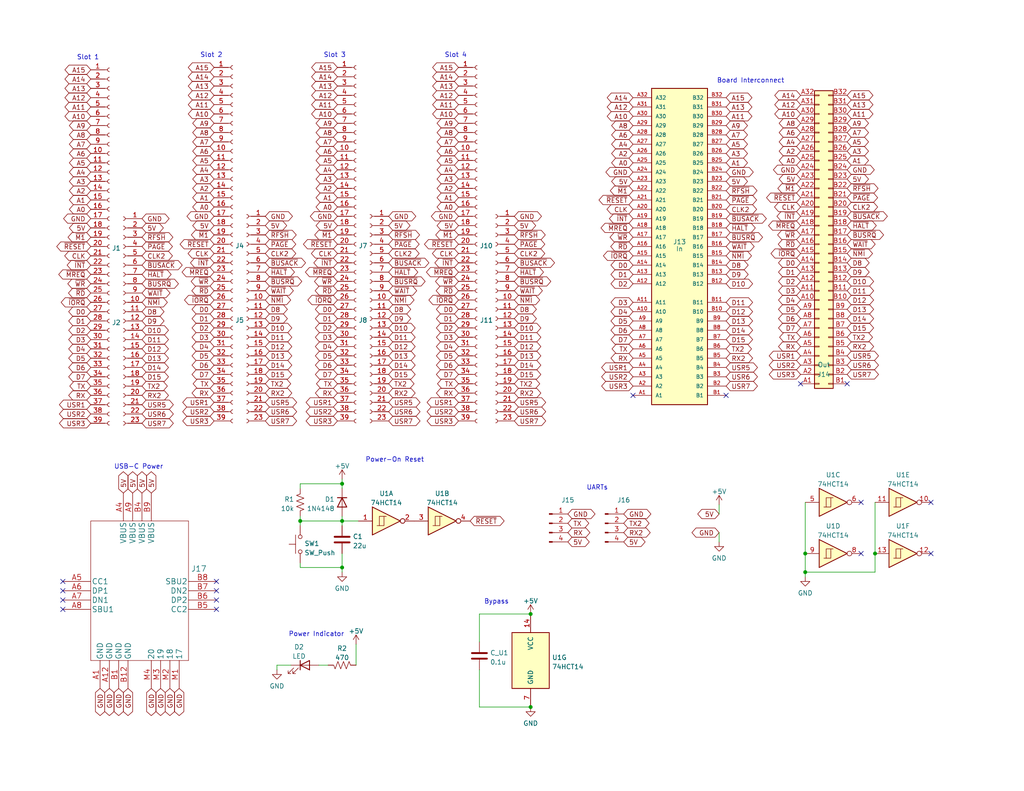
<source format=kicad_sch>
(kicad_sch (version 20211123) (generator eeschema)

  (uuid 9d0118dd-199f-4192-8639-bde6cfb60da1)

  (paper "USLetter")

  

  (junction (at 81.915 142.24) (diameter 0) (color 0 0 0 0)
    (uuid 3a646ade-6b61-4d4f-a3db-24136ca2968f)
  )
  (junction (at 219.71 151.13) (diameter 0) (color 0 0 0 0)
    (uuid 49d45a9a-7f24-4677-b77e-b8601dacdf88)
  )
  (junction (at 93.345 154.94) (diameter 0) (color 0 0 0 0)
    (uuid 58e63b99-4ce5-4b48-8265-d13bd16de870)
  )
  (junction (at 93.345 142.24) (diameter 0) (color 0 0 0 0)
    (uuid 71da886d-6b4b-4c55-9db2-0fe50fbe7db4)
  )
  (junction (at 93.345 132.08) (diameter 0) (color 0 0 0 0)
    (uuid 8c79fdd6-0ba7-41b4-9f5f-0b2dd4e76f32)
  )
  (junction (at 144.78 193.04) (diameter 0) (color 0 0 0 0)
    (uuid 9a293b95-8172-40d1-98a7-268a11abe86a)
  )
  (junction (at 144.78 167.64) (diameter 0) (color 0 0 0 0)
    (uuid d1227dc8-e73f-4f93-a21c-6d3cdce9849d)
  )
  (junction (at 219.71 156.21) (diameter 0) (color 0 0 0 0)
    (uuid df742e52-a526-4db5-bfb4-11ad68c7113d)
  )
  (junction (at 238.76 151.13) (diameter 0) (color 0 0 0 0)
    (uuid fe4fd2eb-c85d-44ac-a383-f33723c0e005)
  )

  (no_connect (at 218.44 104.775) (uuid 223bd47d-aa71-4aa8-a6bc-ed8d5984180e))
  (no_connect (at 17.145 158.75) (uuid 3aaf1ddc-3f76-43a9-8a39-d419047956fa))
  (no_connect (at 17.145 161.29) (uuid 3aaf1ddc-3f76-43a9-8a39-d419047956fb))
  (no_connect (at 59.055 166.37) (uuid 3aaf1ddc-3f76-43a9-8a39-d419047956fc))
  (no_connect (at 17.145 166.37) (uuid 3aaf1ddc-3f76-43a9-8a39-d419047956fd))
  (no_connect (at 59.055 163.83) (uuid 3aaf1ddc-3f76-43a9-8a39-d419047956fe))
  (no_connect (at 59.055 161.29) (uuid 3aaf1ddc-3f76-43a9-8a39-d419047956ff))
  (no_connect (at 59.055 158.75) (uuid 3aaf1ddc-3f76-43a9-8a39-d41904795700))
  (no_connect (at 17.145 163.83) (uuid 3aaf1ddc-3f76-43a9-8a39-d41904795701))
  (no_connect (at 172.72 107.95) (uuid ab3a40d2-0bba-4202-b890-333648b9f4c6))
  (no_connect (at 254 137.16) (uuid ddebd1b6-dbef-48da-894e-20e0686db4e9))
  (no_connect (at 254 151.13) (uuid ddebd1b6-dbef-48da-894e-20e0686db4ea))
  (no_connect (at 234.95 151.13) (uuid ddebd1b6-dbef-48da-894e-20e0686db4eb))
  (no_connect (at 234.95 137.16) (uuid ddebd1b6-dbef-48da-894e-20e0686db4ec))
  (no_connect (at 231.14 104.775) (uuid df772578-b81c-4f7d-8309-0ca95fe0ccd4))
  (no_connect (at 198.12 107.95) (uuid f9b502bb-cbf8-4764-b070-5fc0008a1054))

  (wire (pts (xy 81.915 132.08) (xy 81.915 133.35))
    (stroke (width 0) (type default) (color 0 0 0 0))
    (uuid 09938944-22d4-4e27-a362-709656c1ff75)
  )
  (wire (pts (xy 81.915 154.94) (xy 93.345 154.94))
    (stroke (width 0) (type default) (color 0 0 0 0))
    (uuid 0e719911-534a-4f79-80ca-179110221d95)
  )
  (wire (pts (xy 81.915 140.97) (xy 81.915 142.24))
    (stroke (width 0) (type default) (color 0 0 0 0))
    (uuid 17ecab0c-c655-4f6f-bcc9-4f799b26e177)
  )
  (wire (pts (xy 75.565 181.61) (xy 79.375 181.61))
    (stroke (width 0) (type default) (color 0 0 0 0))
    (uuid 21bca597-dc8d-4acc-ba23-9c9c4be0510a)
  )
  (wire (pts (xy 97.155 175.895) (xy 97.155 181.61))
    (stroke (width 0) (type default) (color 0 0 0 0))
    (uuid 36711151-b8a5-448a-8080-4bfa6c540520)
  )
  (wire (pts (xy 93.345 132.08) (xy 93.345 133.35))
    (stroke (width 0) (type default) (color 0 0 0 0))
    (uuid 462da895-f56c-41f5-b9e3-d84ab2031038)
  )
  (wire (pts (xy 130.81 182.88) (xy 130.81 193.04))
    (stroke (width 0) (type default) (color 0 0 0 0))
    (uuid 5482a8ca-3736-482b-a5d7-d7453235753b)
  )
  (wire (pts (xy 93.345 142.24) (xy 93.345 140.97))
    (stroke (width 0) (type default) (color 0 0 0 0))
    (uuid 562af8ed-b39f-44a7-9dd7-c6f0053044f0)
  )
  (wire (pts (xy 196.215 137.795) (xy 196.215 140.335))
    (stroke (width 0) (type default) (color 0 0 0 0))
    (uuid 5ff1beca-a921-4802-9006-f97a69fdedf6)
  )
  (wire (pts (xy 93.345 132.08) (xy 81.915 132.08))
    (stroke (width 0) (type default) (color 0 0 0 0))
    (uuid 601466c8-bd66-48de-98e1-7149b7c7badf)
  )
  (wire (pts (xy 93.345 154.94) (xy 93.345 156.21))
    (stroke (width 0) (type default) (color 0 0 0 0))
    (uuid 6073e70e-547e-4031-8261-b3c59a3b576f)
  )
  (wire (pts (xy 93.345 130.81) (xy 93.345 132.08))
    (stroke (width 0) (type default) (color 0 0 0 0))
    (uuid 6226e109-d2cd-4364-9ded-0cabd64d3097)
  )
  (wire (pts (xy 238.76 137.16) (xy 238.76 151.13))
    (stroke (width 0) (type default) (color 0 0 0 0))
    (uuid 6d77de83-8856-4cfe-8dcd-6729f630b077)
  )
  (wire (pts (xy 81.915 142.24) (xy 81.915 143.51))
    (stroke (width 0) (type default) (color 0 0 0 0))
    (uuid 7981950f-413e-4043-a688-a5c6ad24e3ca)
  )
  (wire (pts (xy 86.995 181.61) (xy 89.535 181.61))
    (stroke (width 0) (type default) (color 0 0 0 0))
    (uuid 8e858a6a-1f3a-4f70-a45b-56e9209686ee)
  )
  (wire (pts (xy 219.71 137.16) (xy 219.71 151.13))
    (stroke (width 0) (type default) (color 0 0 0 0))
    (uuid 9043ec07-715c-4937-8f2f-60bb76a42ae3)
  )
  (wire (pts (xy 81.915 153.67) (xy 81.915 154.94))
    (stroke (width 0) (type default) (color 0 0 0 0))
    (uuid 975d1b41-aa75-49cc-a6bb-66a94bb48f84)
  )
  (wire (pts (xy 93.345 154.94) (xy 93.345 151.13))
    (stroke (width 0) (type default) (color 0 0 0 0))
    (uuid 99b9091b-dd44-47e6-ac1e-1f963dec117f)
  )
  (wire (pts (xy 219.71 151.13) (xy 219.71 156.21))
    (stroke (width 0) (type default) (color 0 0 0 0))
    (uuid 9a097964-7fdd-4a6b-8876-085e7f6b9218)
  )
  (wire (pts (xy 144.78 193.04) (xy 130.81 193.04))
    (stroke (width 0) (type default) (color 0 0 0 0))
    (uuid b4f27f72-cb71-4c5e-a5a2-d5c0d665ab75)
  )
  (wire (pts (xy 81.915 142.24) (xy 93.345 142.24))
    (stroke (width 0) (type default) (color 0 0 0 0))
    (uuid b67bda44-1005-4224-8560-5c85e3adbd87)
  )
  (wire (pts (xy 196.215 145.415) (xy 196.215 147.955))
    (stroke (width 0) (type default) (color 0 0 0 0))
    (uuid b79e2f5f-b56a-4bc0-a72b-8f4fd835a189)
  )
  (wire (pts (xy 144.78 167.64) (xy 130.81 167.64))
    (stroke (width 0) (type default) (color 0 0 0 0))
    (uuid bbbd40bd-6121-4028-a14a-02d19ce69ed3)
  )
  (wire (pts (xy 219.71 156.21) (xy 238.76 156.21))
    (stroke (width 0) (type default) (color 0 0 0 0))
    (uuid c273cd90-61f1-4ce1-b591-de6919a60f34)
  )
  (wire (pts (xy 130.81 167.64) (xy 130.81 175.26))
    (stroke (width 0) (type default) (color 0 0 0 0))
    (uuid c89b6b15-6c24-4464-824c-f523777d7f10)
  )
  (wire (pts (xy 93.345 142.24) (xy 93.345 143.51))
    (stroke (width 0) (type default) (color 0 0 0 0))
    (uuid ca6b8747-5c4b-4a75-9ec4-7a5a20d4652a)
  )
  (wire (pts (xy 75.565 182.88) (xy 75.565 181.61))
    (stroke (width 0) (type default) (color 0 0 0 0))
    (uuid cda22d9c-e25b-4d38-afe5-fd79a6a90525)
  )
  (wire (pts (xy 93.345 142.24) (xy 97.79 142.24))
    (stroke (width 0) (type default) (color 0 0 0 0))
    (uuid ced5090c-3d74-4226-b458-f8e3f2fbc692)
  )
  (wire (pts (xy 219.71 156.21) (xy 219.71 157.48))
    (stroke (width 0) (type default) (color 0 0 0 0))
    (uuid d011635d-d298-4e9a-88d1-1b2be8d033a3)
  )
  (wire (pts (xy 238.76 156.21) (xy 238.76 151.13))
    (stroke (width 0) (type default) (color 0 0 0 0))
    (uuid d5af2911-deeb-4706-8da3-8fa8f07283df)
  )

  (text "Power Indicator" (at 78.74 173.99 0)
    (effects (font (size 1.27 1.27)) (justify left bottom))
    (uuid 3e04f972-2b1c-4b0d-9bef-bb89a9f12018)
  )
  (text "Power-On Reset" (at 99.695 126.365 0)
    (effects (font (size 1.27 1.27)) (justify left bottom))
    (uuid 424fd2c2-971d-470f-ba1c-29c4ea692fb2)
  )
  (text "Slot 2" (at 54.61 15.875 0)
    (effects (font (size 1.27 1.27)) (justify left bottom))
    (uuid 568ac50c-a7b2-49cf-9c16-01022da8f582)
  )
  (text "Slot 1" (at 20.955 16.51 0)
    (effects (font (size 1.27 1.27)) (justify left bottom))
    (uuid 66071564-88ec-4857-9f82-8ce69dfe4a0e)
  )
  (text "Slot 3" (at 88.265 15.875 0)
    (effects (font (size 1.27 1.27)) (justify left bottom))
    (uuid 9a9ffea8-27fa-45ee-aae7-24bf281478e8)
  )
  (text "Board Interconnect" (at 195.58 22.86 0)
    (effects (font (size 1.27 1.27)) (justify left bottom))
    (uuid bc571443-2749-4d8b-80f6-f67d23056261)
  )
  (text "UARTs" (at 160.02 133.985 0)
    (effects (font (size 1.27 1.27)) (justify left bottom))
    (uuid ce6cd91d-51c5-4898-8f85-a44e0e8e1ae3)
  )
  (text "USB-C Power" (at 31.115 128.27 0)
    (effects (font (size 1.27 1.27)) (justify left bottom))
    (uuid cfc62f57-317a-4fcc-9bb8-f5782c3b936b)
  )
  (text "Slot 4" (at 121.285 15.875 0)
    (effects (font (size 1.27 1.27)) (justify left bottom))
    (uuid d7229b7f-491c-4279-8e72-648b0a396012)
  )
  (text "Bypass" (at 132.08 165.1 0)
    (effects (font (size 1.27 1.27)) (justify left bottom))
    (uuid ed6bdbca-87d8-4216-8672-15ff67150215)
  )

  (global_label "D13" (shape bidirectional) (at 198.12 87.63 0) (fields_autoplaced)
    (effects (font (size 1.27 1.27)) (justify left))
    (uuid 000b71c1-c735-496f-98b2-024ec43d2f11)
    (property "Intersheet References" "${INTERSHEET_REFS}" (id 0) (at 204.2221 87.5506 0)
      (effects (font (size 1.27 1.27)) (justify left) hide)
    )
  )
  (global_label "USR5" (shape bidirectional) (at 140.335 109.855 0) (fields_autoplaced)
    (effects (font (size 1.27 1.27)) (justify left))
    (uuid 00251b73-5afe-4c72-a252-e291ea573575)
    (property "Intersheet References" "${INTERSHEET_REFS}" (id 0) (at 147.7676 109.7756 0)
      (effects (font (size 1.27 1.27)) (justify left) hide)
    )
  )
  (global_label "A11" (shape bidirectional) (at 198.12 31.75 0) (fields_autoplaced)
    (effects (font (size 1.27 1.27)) (justify left))
    (uuid 00858c1a-6ebb-4dcd-b7b7-5b87d1d879da)
    (property "Intersheet References" "${INTERSHEET_REFS}" (id 0) (at 204.0407 31.8294 0)
      (effects (font (size 1.27 1.27)) (justify left) hide)
    )
  )
  (global_label "USR1" (shape bidirectional) (at 24.765 110.49 180) (fields_autoplaced)
    (effects (font (size 1.27 1.27)) (justify right))
    (uuid 00bc4f2e-4c2f-4be5-9e6a-e7accf5cfc96)
    (property "Intersheet References" "${INTERSHEET_REFS}" (id 0) (at 17.3324 110.4106 0)
      (effects (font (size 1.27 1.27)) (justify right) hide)
    )
  )
  (global_label "D7" (shape bidirectional) (at 172.72 92.71 180) (fields_autoplaced)
    (effects (font (size 1.27 1.27)) (justify right))
    (uuid 01023192-943b-44ba-b401-d86a8a2b8f8e)
    (property "Intersheet References" "${INTERSHEET_REFS}" (id 0) (at 167.8274 92.6306 0)
      (effects (font (size 1.27 1.27)) (justify right) hide)
    )
  )
  (global_label "~{WAIT}" (shape bidirectional) (at 38.735 80.01 0) (fields_autoplaced)
    (effects (font (size 1.27 1.27)) (justify left))
    (uuid 01112a92-a7f4-4f8a-a0c6-b5c618cdbc39)
    (property "Intersheet References" "${INTERSHEET_REFS}" (id 0) (at 45.2605 79.9306 0)
      (effects (font (size 1.27 1.27)) (justify left) hide)
    )
  )
  (global_label "~{M1}" (shape bidirectional) (at 92.075 64.135 180) (fields_autoplaced)
    (effects (font (size 1.27 1.27)) (justify right))
    (uuid 029a98d0-a618-460f-8de2-2af0d5d011a3)
    (property "Intersheet References" "${INTERSHEET_REFS}" (id 0) (at 87.0009 64.0556 0)
      (effects (font (size 1.27 1.27)) (justify right) hide)
    )
  )
  (global_label "~{BUSACK}" (shape bidirectional) (at 38.735 72.39 0) (fields_autoplaced)
    (effects (font (size 1.27 1.27)) (justify left))
    (uuid 029c5370-8158-495e-862e-b180816ac751)
    (property "Intersheet References" "${INTERSHEET_REFS}" (id 0) (at 48.5867 72.3106 0)
      (effects (font (size 1.27 1.27)) (justify left) hide)
    )
  )
  (global_label "A0" (shape bidirectional) (at 58.42 56.515 180) (fields_autoplaced)
    (effects (font (size 1.27 1.27)) (justify right))
    (uuid 0301adf4-7c60-4b91-af42-ca4aa23fe2d9)
    (property "Intersheet References" "${INTERSHEET_REFS}" (id 0) (at 53.7088 56.4356 0)
      (effects (font (size 1.27 1.27)) (justify right) hide)
    )
  )
  (global_label "~{MREQ}" (shape bidirectional) (at 24.765 74.93 180) (fields_autoplaced)
    (effects (font (size 1.27 1.27)) (justify right))
    (uuid 0302606d-1e8d-440d-b849-f80334d54b9c)
    (property "Intersheet References" "${INTERSHEET_REFS}" (id 0) (at 17.1509 74.8506 0)
      (effects (font (size 1.27 1.27)) (justify right) hide)
    )
  )
  (global_label "USR2" (shape bidirectional) (at 172.72 102.87 180) (fields_autoplaced)
    (effects (font (size 1.27 1.27)) (justify right))
    (uuid 031ff66f-8ff9-4343-b480-c15e5fd977f9)
    (property "Intersheet References" "${INTERSHEET_REFS}" (id 0) (at 165.2874 102.9494 0)
      (effects (font (size 1.27 1.27)) (justify right) hide)
    )
  )
  (global_label "USR5" (shape bidirectional) (at 72.39 109.855 0) (fields_autoplaced)
    (effects (font (size 1.27 1.27)) (justify left))
    (uuid 03816c4a-ed87-4c11-af6a-7dd87b7e072e)
    (property "Intersheet References" "${INTERSHEET_REFS}" (id 0) (at 79.8226 109.7756 0)
      (effects (font (size 1.27 1.27)) (justify left) hide)
    )
  )
  (global_label "USR6" (shape bidirectional) (at 140.335 112.395 0) (fields_autoplaced)
    (effects (font (size 1.27 1.27)) (justify left))
    (uuid 046d60f2-4df1-48b6-bad0-62d1ff731feb)
    (property "Intersheet References" "${INTERSHEET_REFS}" (id 0) (at 147.7676 112.3156 0)
      (effects (font (size 1.27 1.27)) (justify left) hide)
    )
  )
  (global_label "D1" (shape bidirectional) (at 218.44 74.295 180) (fields_autoplaced)
    (effects (font (size 1.27 1.27)) (justify right))
    (uuid 055b7664-b21b-41dc-8d1d-99cb45eb951a)
    (property "Intersheet References" "${INTERSHEET_REFS}" (id 0) (at 213.5474 74.2156 0)
      (effects (font (size 1.27 1.27)) (justify right) hide)
    )
  )
  (global_label "~{NMI}" (shape bidirectional) (at 38.735 82.55 0) (fields_autoplaced)
    (effects (font (size 1.27 1.27)) (justify left))
    (uuid 05956a66-cf69-4883-8b1a-81271e308112)
    (property "Intersheet References" "${INTERSHEET_REFS}" (id 0) (at 44.5348 82.4706 0)
      (effects (font (size 1.27 1.27)) (justify left) hide)
    )
  )
  (global_label "A15" (shape bidirectional) (at 24.765 19.05 180) (fields_autoplaced)
    (effects (font (size 1.27 1.27)) (justify right))
    (uuid 05fa956a-15c5-415d-9c62-76721374c874)
    (property "Intersheet References" "${INTERSHEET_REFS}" (id 0) (at 18.8443 18.9706 0)
      (effects (font (size 1.27 1.27)) (justify right) hide)
    )
  )
  (global_label "A0" (shape bidirectional) (at 218.44 43.815 180) (fields_autoplaced)
    (effects (font (size 1.27 1.27)) (justify right))
    (uuid 06402fb0-0496-4202-a59e-21920a970050)
    (property "Intersheet References" "${INTERSHEET_REFS}" (id 0) (at 213.7288 43.7356 0)
      (effects (font (size 1.27 1.27)) (justify right) hide)
    )
  )
  (global_label "A10" (shape bidirectional) (at 58.42 31.115 180) (fields_autoplaced)
    (effects (font (size 1.27 1.27)) (justify right))
    (uuid 071b97a9-6089-4539-ad62-f049197e69bb)
    (property "Intersheet References" "${INTERSHEET_REFS}" (id 0) (at 52.4993 31.0356 0)
      (effects (font (size 1.27 1.27)) (justify right) hide)
    )
  )
  (global_label "5V" (shape bidirectional) (at 140.335 61.595 0) (fields_autoplaced)
    (effects (font (size 1.27 1.27)) (justify left))
    (uuid 073580ef-caf4-46fc-9def-e8b8037cff94)
    (property "Intersheet References" "${INTERSHEET_REFS}" (id 0) (at 145.0462 61.5156 0)
      (effects (font (size 1.27 1.27)) (justify left) hide)
    )
  )
  (global_label "TX" (shape bidirectional) (at 125.095 104.775 180) (fields_autoplaced)
    (effects (font (size 1.27 1.27)) (justify right))
    (uuid 07d4098b-e11b-460b-8165-5a95309028db)
    (property "Intersheet References" "${INTERSHEET_REFS}" (id 0) (at 120.5048 104.6956 0)
      (effects (font (size 1.27 1.27)) (justify right) hide)
    )
  )
  (global_label "D2" (shape bidirectional) (at 58.42 89.535 180) (fields_autoplaced)
    (effects (font (size 1.27 1.27)) (justify right))
    (uuid 084fbde5-1c00-49cb-8fe1-e96adfbc94bf)
    (property "Intersheet References" "${INTERSHEET_REFS}" (id 0) (at 53.5274 89.4556 0)
      (effects (font (size 1.27 1.27)) (justify right) hide)
    )
  )
  (global_label "A13" (shape bidirectional) (at 231.14 28.575 0) (fields_autoplaced)
    (effects (font (size 1.27 1.27)) (justify left))
    (uuid 085d5665-92d8-41eb-a9c2-a9f04d97702e)
    (property "Intersheet References" "${INTERSHEET_REFS}" (id 0) (at 237.0607 28.6544 0)
      (effects (font (size 1.27 1.27)) (justify left) hide)
    )
  )
  (global_label "5V" (shape bidirectional) (at 106.045 61.595 0) (fields_autoplaced)
    (effects (font (size 1.27 1.27)) (justify left))
    (uuid 08a92c5b-e1bd-4116-9345-775d1db4c345)
    (property "Intersheet References" "${INTERSHEET_REFS}" (id 0) (at 110.7562 61.5156 0)
      (effects (font (size 1.27 1.27)) (justify left) hide)
    )
  )
  (global_label "D10" (shape bidirectional) (at 72.39 89.535 0) (fields_autoplaced)
    (effects (font (size 1.27 1.27)) (justify left))
    (uuid 09777893-cfb7-42e3-8ca3-0594c5c25ac2)
    (property "Intersheet References" "${INTERSHEET_REFS}" (id 0) (at 78.4921 89.4556 0)
      (effects (font (size 1.27 1.27)) (justify left) hide)
    )
  )
  (global_label "A3" (shape bidirectional) (at 231.14 41.275 0) (fields_autoplaced)
    (effects (font (size 1.27 1.27)) (justify left))
    (uuid 0a655dfc-166d-4338-b15d-1eaa1922212a)
    (property "Intersheet References" "${INTERSHEET_REFS}" (id 0) (at 235.8512 41.3544 0)
      (effects (font (size 1.27 1.27)) (justify left) hide)
    )
  )
  (global_label "~{INT}" (shape bidirectional) (at 125.095 71.755 180) (fields_autoplaced)
    (effects (font (size 1.27 1.27)) (justify right))
    (uuid 0abf6943-d527-496d-8e0d-c7618979fa97)
    (property "Intersheet References" "${INTERSHEET_REFS}" (id 0) (at 119.779 71.6756 0)
      (effects (font (size 1.27 1.27)) (justify right) hide)
    )
  )
  (global_label "D5" (shape bidirectional) (at 92.075 97.155 180) (fields_autoplaced)
    (effects (font (size 1.27 1.27)) (justify right))
    (uuid 0ac6cbd4-0c68-45f6-b6fd-3dc018158ac5)
    (property "Intersheet References" "${INTERSHEET_REFS}" (id 0) (at 87.1824 97.0756 0)
      (effects (font (size 1.27 1.27)) (justify right) hide)
    )
  )
  (global_label "5V" (shape bidirectional) (at 72.39 61.595 0) (fields_autoplaced)
    (effects (font (size 1.27 1.27)) (justify left))
    (uuid 0af9b23f-5310-4f36-9ad4-4b8887ec46a5)
    (property "Intersheet References" "${INTERSHEET_REFS}" (id 0) (at 77.1012 61.5156 0)
      (effects (font (size 1.27 1.27)) (justify left) hide)
    )
  )
  (global_label "A13" (shape bidirectional) (at 125.095 23.495 180) (fields_autoplaced)
    (effects (font (size 1.27 1.27)) (justify right))
    (uuid 0c6a21cb-e4f4-4d86-995e-0f272d5a3576)
    (property "Intersheet References" "${INTERSHEET_REFS}" (id 0) (at 119.1743 23.4156 0)
      (effects (font (size 1.27 1.27)) (justify right) hide)
    )
  )
  (global_label "~{WR}" (shape bidirectional) (at 218.44 64.135 180) (fields_autoplaced)
    (effects (font (size 1.27 1.27)) (justify right))
    (uuid 0c7874dd-b4d5-432f-9a29-789f6b1ac2c6)
    (property "Intersheet References" "${INTERSHEET_REFS}" (id 0) (at 213.3055 64.0556 0)
      (effects (font (size 1.27 1.27)) (justify right) hide)
    )
  )
  (global_label "5V" (shape bidirectional) (at 33.655 134.62 90) (fields_autoplaced)
    (effects (font (size 1.27 1.27)) (justify left))
    (uuid 0d9854df-8a45-42a1-a8f0-4a5977863576)
    (property "Intersheet References" "${INTERSHEET_REFS}" (id 0) (at 33.7344 129.9088 90)
      (effects (font (size 1.27 1.27)) (justify left) hide)
    )
  )
  (global_label "~{MREQ}" (shape bidirectional) (at 125.095 74.295 180) (fields_autoplaced)
    (effects (font (size 1.27 1.27)) (justify right))
    (uuid 0de20476-1d64-44d0-8641-a5757f3b6b13)
    (property "Intersheet References" "${INTERSHEET_REFS}" (id 0) (at 117.4809 74.2156 0)
      (effects (font (size 1.27 1.27)) (justify right) hide)
    )
  )
  (global_label "D15" (shape bidirectional) (at 38.735 102.87 0) (fields_autoplaced)
    (effects (font (size 1.27 1.27)) (justify left))
    (uuid 0e327128-b40b-400b-b9c6-c37b0d4eeb65)
    (property "Intersheet References" "${INTERSHEET_REFS}" (id 0) (at 44.8371 102.7906 0)
      (effects (font (size 1.27 1.27)) (justify left) hide)
    )
  )
  (global_label "~{RFSH}" (shape bidirectional) (at 198.12 52.07 0) (fields_autoplaced)
    (effects (font (size 1.27 1.27)) (justify left))
    (uuid 0e5aaf24-eaf2-4619-967c-1f40b8d038de)
    (property "Intersheet References" "${INTERSHEET_REFS}" (id 0) (at 205.4317 51.9906 0)
      (effects (font (size 1.27 1.27)) (justify left) hide)
    )
  )
  (global_label "A15" (shape bidirectional) (at 198.12 26.67 0) (fields_autoplaced)
    (effects (font (size 1.27 1.27)) (justify left))
    (uuid 0eb350fc-f7b7-4c83-8f07-83ec41713590)
    (property "Intersheet References" "${INTERSHEET_REFS}" (id 0) (at 204.0407 26.7494 0)
      (effects (font (size 1.27 1.27)) (justify left) hide)
    )
  )
  (global_label "A14" (shape bidirectional) (at 24.765 21.59 180) (fields_autoplaced)
    (effects (font (size 1.27 1.27)) (justify right))
    (uuid 1029c31f-bf36-4442-b63b-2f3d3a5669d3)
    (property "Intersheet References" "${INTERSHEET_REFS}" (id 0) (at 18.8443 21.5106 0)
      (effects (font (size 1.27 1.27)) (justify right) hide)
    )
  )
  (global_label "A2" (shape bidirectional) (at 218.44 41.275 180) (fields_autoplaced)
    (effects (font (size 1.27 1.27)) (justify right))
    (uuid 11046308-47a6-4872-89e1-433941d9ea0b)
    (property "Intersheet References" "${INTERSHEET_REFS}" (id 0) (at 213.7288 41.1956 0)
      (effects (font (size 1.27 1.27)) (justify right) hide)
    )
  )
  (global_label "TX2" (shape bidirectional) (at 170.18 142.875 0) (fields_autoplaced)
    (effects (font (size 1.27 1.27)) (justify left))
    (uuid 11364b05-41a1-498a-ab23-10271a264f23)
    (property "Intersheet References" "${INTERSHEET_REFS}" (id 0) (at 175.9798 142.7956 0)
      (effects (font (size 1.27 1.27)) (justify left) hide)
    )
  )
  (global_label "~{HALT}" (shape bidirectional) (at 38.735 74.93 0) (fields_autoplaced)
    (effects (font (size 1.27 1.27)) (justify left))
    (uuid 125723fd-4d41-482e-b6bc-38ab8b9edf7c)
    (property "Intersheet References" "${INTERSHEET_REFS}" (id 0) (at 45.5629 74.8506 0)
      (effects (font (size 1.27 1.27)) (justify left) hide)
    )
  )
  (global_label "GND" (shape bidirectional) (at 24.765 59.69 180) (fields_autoplaced)
    (effects (font (size 1.27 1.27)) (justify right))
    (uuid 12f91185-0534-4f44-aa58-c0999a0f0935)
    (property "Intersheet References" "${INTERSHEET_REFS}" (id 0) (at 18.4814 59.6106 0)
      (effects (font (size 1.27 1.27)) (justify right) hide)
    )
  )
  (global_label "D3" (shape bidirectional) (at 24.765 92.71 180) (fields_autoplaced)
    (effects (font (size 1.27 1.27)) (justify right))
    (uuid 138530db-a902-4cde-8eb1-7f9fd9e93861)
    (property "Intersheet References" "${INTERSHEET_REFS}" (id 0) (at 19.8724 92.6306 0)
      (effects (font (size 1.27 1.27)) (justify right) hide)
    )
  )
  (global_label "~{BUSACK}" (shape bidirectional) (at 198.12 59.69 0) (fields_autoplaced)
    (effects (font (size 1.27 1.27)) (justify left))
    (uuid 147e318d-4385-4e7b-9860-7d3ba79bae0c)
    (property "Intersheet References" "${INTERSHEET_REFS}" (id 0) (at 207.9717 59.6106 0)
      (effects (font (size 1.27 1.27)) (justify left) hide)
    )
  )
  (global_label "D13" (shape bidirectional) (at 38.735 97.79 0) (fields_autoplaced)
    (effects (font (size 1.27 1.27)) (justify left))
    (uuid 15807c09-9635-4334-8b04-962c4617fe4f)
    (property "Intersheet References" "${INTERSHEET_REFS}" (id 0) (at 44.8371 97.7106 0)
      (effects (font (size 1.27 1.27)) (justify left) hide)
    )
  )
  (global_label "USR6" (shape bidirectional) (at 38.735 113.03 0) (fields_autoplaced)
    (effects (font (size 1.27 1.27)) (justify left))
    (uuid 15bb0b87-1af3-4d62-bf9a-3f5a220dde77)
    (property "Intersheet References" "${INTERSHEET_REFS}" (id 0) (at 46.1676 112.9506 0)
      (effects (font (size 1.27 1.27)) (justify left) hide)
    )
  )
  (global_label "5V" (shape bidirectional) (at 125.095 61.595 180) (fields_autoplaced)
    (effects (font (size 1.27 1.27)) (justify right))
    (uuid 180d4321-9795-43ec-9067-1d780e7de6db)
    (property "Intersheet References" "${INTERSHEET_REFS}" (id 0) (at 120.3838 61.5156 0)
      (effects (font (size 1.27 1.27)) (justify right) hide)
    )
  )
  (global_label "USR5" (shape bidirectional) (at 106.045 109.855 0) (fields_autoplaced)
    (effects (font (size 1.27 1.27)) (justify left))
    (uuid 18291f59-b9e4-4304-a631-d69ab5fac0f2)
    (property "Intersheet References" "${INTERSHEET_REFS}" (id 0) (at 113.4776 109.7756 0)
      (effects (font (size 1.27 1.27)) (justify left) hide)
    )
  )
  (global_label "A15" (shape bidirectional) (at 125.095 18.415 180) (fields_autoplaced)
    (effects (font (size 1.27 1.27)) (justify right))
    (uuid 1907ff19-2981-44e7-a86b-55ff9c224327)
    (property "Intersheet References" "${INTERSHEET_REFS}" (id 0) (at 119.1743 18.3356 0)
      (effects (font (size 1.27 1.27)) (justify right) hide)
    )
  )
  (global_label "GND" (shape bidirectional) (at 125.095 59.055 180) (fields_autoplaced)
    (effects (font (size 1.27 1.27)) (justify right))
    (uuid 1997106c-d23a-4722-a6a3-6b3b2507fb6e)
    (property "Intersheet References" "${INTERSHEET_REFS}" (id 0) (at 118.8114 58.9756 0)
      (effects (font (size 1.27 1.27)) (justify right) hide)
    )
  )
  (global_label "D7" (shape bidirectional) (at 24.765 102.87 180) (fields_autoplaced)
    (effects (font (size 1.27 1.27)) (justify right))
    (uuid 19f23da0-2693-4971-9e28-c67a6b1003f0)
    (property "Intersheet References" "${INTERSHEET_REFS}" (id 0) (at 19.8724 102.7906 0)
      (effects (font (size 1.27 1.27)) (justify right) hide)
    )
  )
  (global_label "CLK2" (shape bidirectional) (at 231.14 56.515 0) (fields_autoplaced)
    (effects (font (size 1.27 1.27)) (justify left))
    (uuid 1b874047-c3c5-4bc2-a323-380736cb27c7)
    (property "Intersheet References" "${INTERSHEET_REFS}" (id 0) (at 238.3307 56.4356 0)
      (effects (font (size 1.27 1.27)) (justify left) hide)
    )
  )
  (global_label "USR5" (shape bidirectional) (at 38.735 110.49 0) (fields_autoplaced)
    (effects (font (size 1.27 1.27)) (justify left))
    (uuid 1bbc5c9e-16f6-4dc0-a34c-95f5a25cc8b6)
    (property "Intersheet References" "${INTERSHEET_REFS}" (id 0) (at 46.1676 110.4106 0)
      (effects (font (size 1.27 1.27)) (justify left) hide)
    )
  )
  (global_label "A11" (shape bidirectional) (at 58.42 28.575 180) (fields_autoplaced)
    (effects (font (size 1.27 1.27)) (justify right))
    (uuid 1c247056-87c2-4c13-9617-e8bca20bb146)
    (property "Intersheet References" "${INTERSHEET_REFS}" (id 0) (at 52.4993 28.4956 0)
      (effects (font (size 1.27 1.27)) (justify right) hide)
    )
  )
  (global_label "~{NMI}" (shape bidirectional) (at 106.045 81.915 0) (fields_autoplaced)
    (effects (font (size 1.27 1.27)) (justify left))
    (uuid 1df32741-aa84-4ab8-855d-0e17e8960aed)
    (property "Intersheet References" "${INTERSHEET_REFS}" (id 0) (at 111.8448 81.8356 0)
      (effects (font (size 1.27 1.27)) (justify left) hide)
    )
  )
  (global_label "GND" (shape bidirectional) (at 218.44 46.355 180) (fields_autoplaced)
    (effects (font (size 1.27 1.27)) (justify right))
    (uuid 219f04f0-2d61-4264-befc-82445df20b4b)
    (property "Intersheet References" "${INTERSHEET_REFS}" (id 0) (at 212.1564 46.2756 0)
      (effects (font (size 1.27 1.27)) (justify right) hide)
    )
  )
  (global_label "RX" (shape bidirectional) (at 154.94 145.415 0) (fields_autoplaced)
    (effects (font (size 1.27 1.27)) (justify left))
    (uuid 21d38b48-1b18-44e8-bfb9-a97c302b5480)
    (property "Intersheet References" "${INTERSHEET_REFS}" (id 0) (at 159.8326 145.3356 0)
      (effects (font (size 1.27 1.27)) (justify left) hide)
    )
  )
  (global_label "5V" (shape bidirectional) (at 154.94 147.955 0) (fields_autoplaced)
    (effects (font (size 1.27 1.27)) (justify left))
    (uuid 22cc42ea-e19c-4fab-9265-d251bf62f37d)
    (property "Intersheet References" "${INTERSHEET_REFS}" (id 0) (at 159.6512 148.0344 0)
      (effects (font (size 1.27 1.27)) (justify left) hide)
    )
  )
  (global_label "~{INT}" (shape bidirectional) (at 92.075 71.755 180) (fields_autoplaced)
    (effects (font (size 1.27 1.27)) (justify right))
    (uuid 23ff20b3-a372-44ac-99a2-53490d036bb7)
    (property "Intersheet References" "${INTERSHEET_REFS}" (id 0) (at 86.759 71.6756 0)
      (effects (font (size 1.27 1.27)) (justify right) hide)
    )
  )
  (global_label "A6" (shape bidirectional) (at 24.765 41.91 180) (fields_autoplaced)
    (effects (font (size 1.27 1.27)) (justify right))
    (uuid 24063662-1a91-4c84-9b7c-79f09e50548f)
    (property "Intersheet References" "${INTERSHEET_REFS}" (id 0) (at 20.0538 41.8306 0)
      (effects (font (size 1.27 1.27)) (justify right) hide)
    )
  )
  (global_label "TX2" (shape bidirectional) (at 140.335 104.775 0) (fields_autoplaced)
    (effects (font (size 1.27 1.27)) (justify left))
    (uuid 249e5e3e-4bf6-4c62-b249-07368baf4d33)
    (property "Intersheet References" "${INTERSHEET_REFS}" (id 0) (at 146.1348 104.6956 0)
      (effects (font (size 1.27 1.27)) (justify left) hide)
    )
  )
  (global_label "D15" (shape bidirectional) (at 231.14 89.535 0) (fields_autoplaced)
    (effects (font (size 1.27 1.27)) (justify left))
    (uuid 259fdcda-681d-4438-8e14-b1652cb5e44b)
    (property "Intersheet References" "${INTERSHEET_REFS}" (id 0) (at 237.2421 89.4556 0)
      (effects (font (size 1.27 1.27)) (justify left) hide)
    )
  )
  (global_label "~{RESET}" (shape bidirectional) (at 172.72 54.61 180) (fields_autoplaced)
    (effects (font (size 1.27 1.27)) (justify right))
    (uuid 264c8c05-0401-4e75-b42d-cf92a813ad6d)
    (property "Intersheet References" "${INTERSHEET_REFS}" (id 0) (at 164.5617 54.5306 0)
      (effects (font (size 1.27 1.27)) (justify right) hide)
    )
  )
  (global_label "A3" (shape bidirectional) (at 58.42 48.895 180) (fields_autoplaced)
    (effects (font (size 1.27 1.27)) (justify right))
    (uuid 2842d049-d68a-4100-9303-5919620d8836)
    (property "Intersheet References" "${INTERSHEET_REFS}" (id 0) (at 53.7088 48.8156 0)
      (effects (font (size 1.27 1.27)) (justify right) hide)
    )
  )
  (global_label "A2" (shape bidirectional) (at 125.095 51.435 180) (fields_autoplaced)
    (effects (font (size 1.27 1.27)) (justify right))
    (uuid 29c9267a-4b80-4e5a-b662-baa9ac87f2c8)
    (property "Intersheet References" "${INTERSHEET_REFS}" (id 0) (at 120.3838 51.3556 0)
      (effects (font (size 1.27 1.27)) (justify right) hide)
    )
  )
  (global_label "A9" (shape bidirectional) (at 125.095 33.655 180) (fields_autoplaced)
    (effects (font (size 1.27 1.27)) (justify right))
    (uuid 29d17dc6-e1f6-4a01-9ad1-13c1bf206d0b)
    (property "Intersheet References" "${INTERSHEET_REFS}" (id 0) (at 120.3838 33.5756 0)
      (effects (font (size 1.27 1.27)) (justify right) hide)
    )
  )
  (global_label "D7" (shape bidirectional) (at 58.42 102.235 180) (fields_autoplaced)
    (effects (font (size 1.27 1.27)) (justify right))
    (uuid 2a0f8f1f-3be2-4b28-b876-a8a3da6bc280)
    (property "Intersheet References" "${INTERSHEET_REFS}" (id 0) (at 53.5274 102.1556 0)
      (effects (font (size 1.27 1.27)) (justify right) hide)
    )
  )
  (global_label "~{MREQ}" (shape bidirectional) (at 218.44 61.595 180) (fields_autoplaced)
    (effects (font (size 1.27 1.27)) (justify right))
    (uuid 2afbc7dd-00c6-4a13-9a3f-3c2a8ea165de)
    (property "Intersheet References" "${INTERSHEET_REFS}" (id 0) (at 210.8259 61.5156 0)
      (effects (font (size 1.27 1.27)) (justify right) hide)
    )
  )
  (global_label "A8" (shape bidirectional) (at 92.075 36.195 180) (fields_autoplaced)
    (effects (font (size 1.27 1.27)) (justify right))
    (uuid 2b17bbdf-cb3d-403e-a369-1b3b7050d3d1)
    (property "Intersheet References" "${INTERSHEET_REFS}" (id 0) (at 87.3638 36.1156 0)
      (effects (font (size 1.27 1.27)) (justify right) hide)
    )
  )
  (global_label "USR7" (shape bidirectional) (at 106.045 114.935 0) (fields_autoplaced)
    (effects (font (size 1.27 1.27)) (justify left))
    (uuid 2b83b608-0b9e-49c6-8404-4377780c351e)
    (property "Intersheet References" "${INTERSHEET_REFS}" (id 0) (at 113.4776 114.8556 0)
      (effects (font (size 1.27 1.27)) (justify left) hide)
    )
  )
  (global_label "~{BUSRQ}" (shape bidirectional) (at 198.12 64.77 0) (fields_autoplaced)
    (effects (font (size 1.27 1.27)) (justify left))
    (uuid 2b9c0411-1b5e-44f0-b1d8-09982cb24fae)
    (property "Intersheet References" "${INTERSHEET_REFS}" (id 0) (at 206.9436 64.6906 0)
      (effects (font (size 1.27 1.27)) (justify left) hide)
    )
  )
  (global_label "~{INT}" (shape bidirectional) (at 24.765 72.39 180) (fields_autoplaced)
    (effects (font (size 1.27 1.27)) (justify right))
    (uuid 2be6eb1b-473c-4076-a74f-f13bff764c7c)
    (property "Intersheet References" "${INTERSHEET_REFS}" (id 0) (at 19.449 72.3106 0)
      (effects (font (size 1.27 1.27)) (justify right) hide)
    )
  )
  (global_label "D10" (shape bidirectional) (at 106.045 89.535 0) (fields_autoplaced)
    (effects (font (size 1.27 1.27)) (justify left))
    (uuid 2c0d6423-1468-4b0d-89c9-5751aa6c6b5f)
    (property "Intersheet References" "${INTERSHEET_REFS}" (id 0) (at 112.1471 89.4556 0)
      (effects (font (size 1.27 1.27)) (justify left) hide)
    )
  )
  (global_label "A12" (shape bidirectional) (at 58.42 26.035 180) (fields_autoplaced)
    (effects (font (size 1.27 1.27)) (justify right))
    (uuid 2e1941c4-cabc-4901-b03d-4817fa0f8f78)
    (property "Intersheet References" "${INTERSHEET_REFS}" (id 0) (at 52.4993 25.9556 0)
      (effects (font (size 1.27 1.27)) (justify right) hide)
    )
  )
  (global_label "D6" (shape bidirectional) (at 218.44 86.995 180) (fields_autoplaced)
    (effects (font (size 1.27 1.27)) (justify right))
    (uuid 2ea1b7ea-d04a-4b1d-b0db-58e61e1d9168)
    (property "Intersheet References" "${INTERSHEET_REFS}" (id 0) (at 213.5474 87.0744 0)
      (effects (font (size 1.27 1.27)) (justify right) hide)
    )
  )
  (global_label "RX" (shape bidirectional) (at 24.765 107.95 180) (fields_autoplaced)
    (effects (font (size 1.27 1.27)) (justify right))
    (uuid 2ed42a2f-a947-4241-81b9-75597fa5be08)
    (property "Intersheet References" "${INTERSHEET_REFS}" (id 0) (at 19.8724 107.8706 0)
      (effects (font (size 1.27 1.27)) (justify right) hide)
    )
  )
  (global_label "~{NMI}" (shape bidirectional) (at 140.335 81.915 0) (fields_autoplaced)
    (effects (font (size 1.27 1.27)) (justify left))
    (uuid 2ef69aeb-ddd5-48b1-aee4-07b48c0e8152)
    (property "Intersheet References" "${INTERSHEET_REFS}" (id 0) (at 146.1348 81.8356 0)
      (effects (font (size 1.27 1.27)) (justify left) hide)
    )
  )
  (global_label "D12" (shape bidirectional) (at 106.045 94.615 0) (fields_autoplaced)
    (effects (font (size 1.27 1.27)) (justify left))
    (uuid 308a16e7-746d-4381-b935-cf55a2c50645)
    (property "Intersheet References" "${INTERSHEET_REFS}" (id 0) (at 112.1471 94.5356 0)
      (effects (font (size 1.27 1.27)) (justify left) hide)
    )
  )
  (global_label "5V" (shape bidirectional) (at 170.18 147.955 0) (fields_autoplaced)
    (effects (font (size 1.27 1.27)) (justify left))
    (uuid 313cc892-5474-4818-9de2-f92c70278503)
    (property "Intersheet References" "${INTERSHEET_REFS}" (id 0) (at 174.8912 148.0344 0)
      (effects (font (size 1.27 1.27)) (justify left) hide)
    )
  )
  (global_label "5V" (shape bidirectional) (at 231.14 48.895 0) (fields_autoplaced)
    (effects (font (size 1.27 1.27)) (justify left))
    (uuid 31e78248-11a2-421e-bd2e-df145f3e0d22)
    (property "Intersheet References" "${INTERSHEET_REFS}" (id 0) (at 235.8512 48.8156 0)
      (effects (font (size 1.27 1.27)) (justify left) hide)
    )
  )
  (global_label "D8" (shape bidirectional) (at 140.335 84.455 0) (fields_autoplaced)
    (effects (font (size 1.27 1.27)) (justify left))
    (uuid 3331e020-25ed-4f28-8a74-4410e4e84a74)
    (property "Intersheet References" "${INTERSHEET_REFS}" (id 0) (at 145.2276 84.3756 0)
      (effects (font (size 1.27 1.27)) (justify left) hide)
    )
  )
  (global_label "D3" (shape bidirectional) (at 58.42 92.075 180) (fields_autoplaced)
    (effects (font (size 1.27 1.27)) (justify right))
    (uuid 334d16f2-1b5c-4bb6-a2d3-26a79957fa41)
    (property "Intersheet References" "${INTERSHEET_REFS}" (id 0) (at 53.5274 91.9956 0)
      (effects (font (size 1.27 1.27)) (justify right) hide)
    )
  )
  (global_label "D14" (shape bidirectional) (at 198.12 90.17 0) (fields_autoplaced)
    (effects (font (size 1.27 1.27)) (justify left))
    (uuid 3483ddeb-6bcf-4192-84eb-8bb40dcc3c87)
    (property "Intersheet References" "${INTERSHEET_REFS}" (id 0) (at 204.2221 90.2494 0)
      (effects (font (size 1.27 1.27)) (justify left) hide)
    )
  )
  (global_label "CLK2" (shape bidirectional) (at 140.335 69.215 0) (fields_autoplaced)
    (effects (font (size 1.27 1.27)) (justify left))
    (uuid 34ececf6-13f4-4338-8ad5-ee0073890096)
    (property "Intersheet References" "${INTERSHEET_REFS}" (id 0) (at 147.5257 69.1356 0)
      (effects (font (size 1.27 1.27)) (justify left) hide)
    )
  )
  (global_label "D8" (shape bidirectional) (at 38.735 85.09 0) (fields_autoplaced)
    (effects (font (size 1.27 1.27)) (justify left))
    (uuid 3695294b-e316-452e-a0e5-617d0bbdcf59)
    (property "Intersheet References" "${INTERSHEET_REFS}" (id 0) (at 43.6276 85.0106 0)
      (effects (font (size 1.27 1.27)) (justify left) hide)
    )
  )
  (global_label "D14" (shape bidirectional) (at 72.39 99.695 0) (fields_autoplaced)
    (effects (font (size 1.27 1.27)) (justify left))
    (uuid 36fccbe3-4118-4094-b202-4daf75767f8c)
    (property "Intersheet References" "${INTERSHEET_REFS}" (id 0) (at 78.4921 99.6156 0)
      (effects (font (size 1.27 1.27)) (justify left) hide)
    )
  )
  (global_label "A5" (shape bidirectional) (at 24.765 44.45 180) (fields_autoplaced)
    (effects (font (size 1.27 1.27)) (justify right))
    (uuid 3784ab24-14e1-432c-9d7f-e7cc3c60608b)
    (property "Intersheet References" "${INTERSHEET_REFS}" (id 0) (at 20.0538 44.3706 0)
      (effects (font (size 1.27 1.27)) (justify right) hide)
    )
  )
  (global_label "A3" (shape bidirectional) (at 125.095 48.895 180) (fields_autoplaced)
    (effects (font (size 1.27 1.27)) (justify right))
    (uuid 385eb9b1-17cc-4a13-be97-6b3d918328b1)
    (property "Intersheet References" "${INTERSHEET_REFS}" (id 0) (at 120.3838 48.8156 0)
      (effects (font (size 1.27 1.27)) (justify right) hide)
    )
  )
  (global_label "A1" (shape bidirectional) (at 58.42 53.975 180) (fields_autoplaced)
    (effects (font (size 1.27 1.27)) (justify right))
    (uuid 3887d17b-67af-408e-859d-ddb98dafaf8d)
    (property "Intersheet References" "${INTERSHEET_REFS}" (id 0) (at 53.7088 53.8956 0)
      (effects (font (size 1.27 1.27)) (justify right) hide)
    )
  )
  (global_label "5V" (shape bidirectional) (at 196.215 140.335 180) (fields_autoplaced)
    (effects (font (size 1.27 1.27)) (justify right))
    (uuid 38e06475-bb00-4f92-a3dc-f92a32eb43eb)
    (property "Intersheet References" "${INTERSHEET_REFS}" (id 0) (at 191.5038 140.4144 0)
      (effects (font (size 1.27 1.27)) (justify right) hide)
    )
  )
  (global_label "A2" (shape bidirectional) (at 172.72 41.91 180) (fields_autoplaced)
    (effects (font (size 1.27 1.27)) (justify right))
    (uuid 3971975a-6e42-46e1-b3be-cb7b268daabb)
    (property "Intersheet References" "${INTERSHEET_REFS}" (id 0) (at 168.0088 41.8306 0)
      (effects (font (size 1.27 1.27)) (justify right) hide)
    )
  )
  (global_label "D4" (shape bidirectional) (at 92.075 94.615 180) (fields_autoplaced)
    (effects (font (size 1.27 1.27)) (justify right))
    (uuid 39bd88c4-2687-48e1-9b3b-7ea232190ddc)
    (property "Intersheet References" "${INTERSHEET_REFS}" (id 0) (at 87.1824 94.5356 0)
      (effects (font (size 1.27 1.27)) (justify right) hide)
    )
  )
  (global_label "A0" (shape bidirectional) (at 92.075 56.515 180) (fields_autoplaced)
    (effects (font (size 1.27 1.27)) (justify right))
    (uuid 3ab87fe7-3156-4343-915e-727685118a0c)
    (property "Intersheet References" "${INTERSHEET_REFS}" (id 0) (at 87.3638 56.4356 0)
      (effects (font (size 1.27 1.27)) (justify right) hide)
    )
  )
  (global_label "A9" (shape bidirectional) (at 24.765 34.29 180) (fields_autoplaced)
    (effects (font (size 1.27 1.27)) (justify right))
    (uuid 3b8e2d01-66dc-4a12-bdab-97404635da58)
    (property "Intersheet References" "${INTERSHEET_REFS}" (id 0) (at 20.0538 34.2106 0)
      (effects (font (size 1.27 1.27)) (justify right) hide)
    )
  )
  (global_label "D7" (shape bidirectional) (at 218.44 89.535 180) (fields_autoplaced)
    (effects (font (size 1.27 1.27)) (justify right))
    (uuid 3bfac35a-4bdb-4976-8521-3884b503fcd1)
    (property "Intersheet References" "${INTERSHEET_REFS}" (id 0) (at 213.5474 89.4556 0)
      (effects (font (size 1.27 1.27)) (justify right) hide)
    )
  )
  (global_label "D4" (shape bidirectional) (at 24.765 95.25 180) (fields_autoplaced)
    (effects (font (size 1.27 1.27)) (justify right))
    (uuid 3e436852-42c5-4844-b9d2-4c85b307750c)
    (property "Intersheet References" "${INTERSHEET_REFS}" (id 0) (at 19.8724 95.1706 0)
      (effects (font (size 1.27 1.27)) (justify right) hide)
    )
  )
  (global_label "A4" (shape bidirectional) (at 24.765 46.99 180) (fields_autoplaced)
    (effects (font (size 1.27 1.27)) (justify right))
    (uuid 3e46bd83-dbde-4ab6-9fc3-688d04f36e8d)
    (property "Intersheet References" "${INTERSHEET_REFS}" (id 0) (at 20.0538 46.9106 0)
      (effects (font (size 1.27 1.27)) (justify right) hide)
    )
  )
  (global_label "~{MREQ}" (shape bidirectional) (at 58.42 74.295 180) (fields_autoplaced)
    (effects (font (size 1.27 1.27)) (justify right))
    (uuid 400133ba-8806-43df-8b63-9839cee4b5c9)
    (property "Intersheet References" "${INTERSHEET_REFS}" (id 0) (at 50.8059 74.2156 0)
      (effects (font (size 1.27 1.27)) (justify right) hide)
    )
  )
  (global_label "D15" (shape bidirectional) (at 140.335 102.235 0) (fields_autoplaced)
    (effects (font (size 1.27 1.27)) (justify left))
    (uuid 4010782c-922a-405c-831f-258e162d4ae2)
    (property "Intersheet References" "${INTERSHEET_REFS}" (id 0) (at 146.4371 102.1556 0)
      (effects (font (size 1.27 1.27)) (justify left) hide)
    )
  )
  (global_label "~{RESET}" (shape bidirectional) (at 92.075 66.675 180) (fields_autoplaced)
    (effects (font (size 1.27 1.27)) (justify right))
    (uuid 40423556-e824-413a-bda9-03dfe53c1c45)
    (property "Intersheet References" "${INTERSHEET_REFS}" (id 0) (at 83.9167 66.5956 0)
      (effects (font (size 1.27 1.27)) (justify right) hide)
    )
  )
  (global_label "~{PAGE}" (shape bidirectional) (at 231.14 53.975 0) (fields_autoplaced)
    (effects (font (size 1.27 1.27)) (justify left))
    (uuid 426becf5-42fa-47a2-98a7-77d46f5804a5)
    (property "Intersheet References" "${INTERSHEET_REFS}" (id 0) (at 238.3307 53.8956 0)
      (effects (font (size 1.27 1.27)) (justify left) hide)
    )
  )
  (global_label "D13" (shape bidirectional) (at 106.045 97.155 0) (fields_autoplaced)
    (effects (font (size 1.27 1.27)) (justify left))
    (uuid 4292e63f-8adf-462d-af5d-5c1c747718e3)
    (property "Intersheet References" "${INTERSHEET_REFS}" (id 0) (at 112.1471 97.0756 0)
      (effects (font (size 1.27 1.27)) (justify left) hide)
    )
  )
  (global_label "A1" (shape bidirectional) (at 198.12 44.45 0) (fields_autoplaced)
    (effects (font (size 1.27 1.27)) (justify left))
    (uuid 42a80b1c-bc1a-418f-a47b-8f39260da7d6)
    (property "Intersheet References" "${INTERSHEET_REFS}" (id 0) (at 202.8312 44.5294 0)
      (effects (font (size 1.27 1.27)) (justify left) hide)
    )
  )
  (global_label "D2" (shape bidirectional) (at 218.44 76.835 180) (fields_autoplaced)
    (effects (font (size 1.27 1.27)) (justify right))
    (uuid 42ef406f-0c32-49ac-b075-1c7eb3fcab24)
    (property "Intersheet References" "${INTERSHEET_REFS}" (id 0) (at 213.5474 76.9144 0)
      (effects (font (size 1.27 1.27)) (justify right) hide)
    )
  )
  (global_label "A2" (shape bidirectional) (at 92.075 51.435 180) (fields_autoplaced)
    (effects (font (size 1.27 1.27)) (justify right))
    (uuid 430be5d3-a6ee-4778-bce6-4305725f1065)
    (property "Intersheet References" "${INTERSHEET_REFS}" (id 0) (at 87.3638 51.3556 0)
      (effects (font (size 1.27 1.27)) (justify right) hide)
    )
  )
  (global_label "TX2" (shape bidirectional) (at 106.045 104.775 0) (fields_autoplaced)
    (effects (font (size 1.27 1.27)) (justify left))
    (uuid 4356b523-212d-4710-b52a-19f4a55e19ad)
    (property "Intersheet References" "${INTERSHEET_REFS}" (id 0) (at 111.8448 104.6956 0)
      (effects (font (size 1.27 1.27)) (justify left) hide)
    )
  )
  (global_label "A13" (shape bidirectional) (at 24.765 24.13 180) (fields_autoplaced)
    (effects (font (size 1.27 1.27)) (justify right))
    (uuid 44124437-0414-4028-9c14-cbdca4bce47d)
    (property "Intersheet References" "${INTERSHEET_REFS}" (id 0) (at 18.8443 24.0506 0)
      (effects (font (size 1.27 1.27)) (justify right) hide)
    )
  )
  (global_label "D0" (shape bidirectional) (at 125.095 84.455 180) (fields_autoplaced)
    (effects (font (size 1.27 1.27)) (justify right))
    (uuid 44c8c46d-0921-45ef-acac-645d25d7855b)
    (property "Intersheet References" "${INTERSHEET_REFS}" (id 0) (at 120.2024 84.3756 0)
      (effects (font (size 1.27 1.27)) (justify right) hide)
    )
  )
  (global_label "CLK" (shape bidirectional) (at 172.72 57.15 180) (fields_autoplaced)
    (effects (font (size 1.27 1.27)) (justify right))
    (uuid 454511dc-89f3-4926-bf78-45555f9a7bf0)
    (property "Intersheet References" "${INTERSHEET_REFS}" (id 0) (at 166.7388 57.0706 0)
      (effects (font (size 1.27 1.27)) (justify right) hide)
    )
  )
  (global_label "A2" (shape bidirectional) (at 58.42 51.435 180) (fields_autoplaced)
    (effects (font (size 1.27 1.27)) (justify right))
    (uuid 4657dbc2-69b2-4424-ab78-5104ef246004)
    (property "Intersheet References" "${INTERSHEET_REFS}" (id 0) (at 53.7088 51.3556 0)
      (effects (font (size 1.27 1.27)) (justify right) hide)
    )
  )
  (global_label "~{MREQ}" (shape bidirectional) (at 172.72 62.23 180) (fields_autoplaced)
    (effects (font (size 1.27 1.27)) (justify right))
    (uuid 47104f19-3380-452c-bb52-c76df8ca1d6f)
    (property "Intersheet References" "${INTERSHEET_REFS}" (id 0) (at 165.1059 62.1506 0)
      (effects (font (size 1.27 1.27)) (justify right) hide)
    )
  )
  (global_label "D0" (shape bidirectional) (at 218.44 71.755 180) (fields_autoplaced)
    (effects (font (size 1.27 1.27)) (justify right))
    (uuid 48f82f67-082d-4a35-b530-f171c7dd2c83)
    (property "Intersheet References" "${INTERSHEET_REFS}" (id 0) (at 213.5474 71.8344 0)
      (effects (font (size 1.27 1.27)) (justify right) hide)
    )
  )
  (global_label "~{RESET}" (shape bidirectional) (at 125.095 66.675 180) (fields_autoplaced)
    (effects (font (size 1.27 1.27)) (justify right))
    (uuid 4aa27da1-f243-48ba-9f8b-df51fec969fb)
    (property "Intersheet References" "${INTERSHEET_REFS}" (id 0) (at 116.9367 66.5956 0)
      (effects (font (size 1.27 1.27)) (justify right) hide)
    )
  )
  (global_label "GND" (shape bidirectional) (at 196.215 145.415 180) (fields_autoplaced)
    (effects (font (size 1.27 1.27)) (justify right))
    (uuid 4b53f7ea-86fb-4e43-acd3-0d2fb8e4fcb4)
    (property "Intersheet References" "${INTERSHEET_REFS}" (id 0) (at 189.9314 145.4944 0)
      (effects (font (size 1.27 1.27)) (justify right) hide)
    )
  )
  (global_label "D2" (shape bidirectional) (at 92.075 89.535 180) (fields_autoplaced)
    (effects (font (size 1.27 1.27)) (justify right))
    (uuid 4bce5c2a-bb63-4a8d-aa13-060b57f9c8b2)
    (property "Intersheet References" "${INTERSHEET_REFS}" (id 0) (at 87.1824 89.4556 0)
      (effects (font (size 1.27 1.27)) (justify right) hide)
    )
  )
  (global_label "~{INT}" (shape bidirectional) (at 218.44 59.055 180) (fields_autoplaced)
    (effects (font (size 1.27 1.27)) (justify right))
    (uuid 4c1c4562-de13-4133-9466-da0dc609ddab)
    (property "Intersheet References" "${INTERSHEET_REFS}" (id 0) (at 213.124 58.9756 0)
      (effects (font (size 1.27 1.27)) (justify right) hide)
    )
  )
  (global_label "5V" (shape bidirectional) (at 36.195 134.62 90) (fields_autoplaced)
    (effects (font (size 1.27 1.27)) (justify left))
    (uuid 4d264fce-13ba-49f8-aeb4-6f518e0efde2)
    (property "Intersheet References" "${INTERSHEET_REFS}" (id 0) (at 36.2744 129.9088 90)
      (effects (font (size 1.27 1.27)) (justify left) hide)
    )
  )
  (global_label "GND" (shape bidirectional) (at 34.925 187.96 270) (fields_autoplaced)
    (effects (font (size 1.27 1.27)) (justify right))
    (uuid 4d4d6e57-da19-4b4a-804f-2fd48e1cb375)
    (property "Intersheet References" "${INTERSHEET_REFS}" (id 0) (at 34.8456 194.2436 90)
      (effects (font (size 1.27 1.27)) (justify right) hide)
    )
  )
  (global_label "D5" (shape bidirectional) (at 172.72 87.63 180) (fields_autoplaced)
    (effects (font (size 1.27 1.27)) (justify right))
    (uuid 4e41e5c9-1844-424e-8335-448d1f2567ed)
    (property "Intersheet References" "${INTERSHEET_REFS}" (id 0) (at 167.8274 87.5506 0)
      (effects (font (size 1.27 1.27)) (justify right) hide)
    )
  )
  (global_label "CLK" (shape bidirectional) (at 218.44 56.515 180) (fields_autoplaced)
    (effects (font (size 1.27 1.27)) (justify right))
    (uuid 4f665e29-9121-46fd-80ee-73f8484d319c)
    (property "Intersheet References" "${INTERSHEET_REFS}" (id 0) (at 212.4588 56.4356 0)
      (effects (font (size 1.27 1.27)) (justify right) hide)
    )
  )
  (global_label "D3" (shape bidirectional) (at 218.44 79.375 180) (fields_autoplaced)
    (effects (font (size 1.27 1.27)) (justify right))
    (uuid 508ba5f8-7316-43a9-9e33-e2c54d75ef39)
    (property "Intersheet References" "${INTERSHEET_REFS}" (id 0) (at 213.5474 79.2956 0)
      (effects (font (size 1.27 1.27)) (justify right) hide)
    )
  )
  (global_label "A9" (shape bidirectional) (at 58.42 33.655 180) (fields_autoplaced)
    (effects (font (size 1.27 1.27)) (justify right))
    (uuid 53eb5362-1a1e-4133-b66c-6892e134ab57)
    (property "Intersheet References" "${INTERSHEET_REFS}" (id 0) (at 53.7088 33.5756 0)
      (effects (font (size 1.27 1.27)) (justify right) hide)
    )
  )
  (global_label "D14" (shape bidirectional) (at 140.335 99.695 0) (fields_autoplaced)
    (effects (font (size 1.27 1.27)) (justify left))
    (uuid 558246b9-d01d-442a-a342-d0030441495b)
    (property "Intersheet References" "${INTERSHEET_REFS}" (id 0) (at 146.4371 99.6156 0)
      (effects (font (size 1.27 1.27)) (justify left) hide)
    )
  )
  (global_label "~{RFSH}" (shape bidirectional) (at 72.39 64.135 0) (fields_autoplaced)
    (effects (font (size 1.27 1.27)) (justify left))
    (uuid 560f9c86-bb33-4e98-b699-f86fa48b4690)
    (property "Intersheet References" "${INTERSHEET_REFS}" (id 0) (at 79.7017 64.0556 0)
      (effects (font (size 1.27 1.27)) (justify left) hide)
    )
  )
  (global_label "~{INT}" (shape bidirectional) (at 58.42 71.755 180) (fields_autoplaced)
    (effects (font (size 1.27 1.27)) (justify right))
    (uuid 56585889-ea58-4dde-acc6-4751f43a8bba)
    (property "Intersheet References" "${INTERSHEET_REFS}" (id 0) (at 53.104 71.6756 0)
      (effects (font (size 1.27 1.27)) (justify right) hide)
    )
  )
  (global_label "D7" (shape bidirectional) (at 125.095 102.235 180) (fields_autoplaced)
    (effects (font (size 1.27 1.27)) (justify right))
    (uuid 568a16c7-207f-47da-ba09-f2d43a7587ae)
    (property "Intersheet References" "${INTERSHEET_REFS}" (id 0) (at 120.2024 102.1556 0)
      (effects (font (size 1.27 1.27)) (justify right) hide)
    )
  )
  (global_label "D6" (shape bidirectional) (at 92.075 99.695 180) (fields_autoplaced)
    (effects (font (size 1.27 1.27)) (justify right))
    (uuid 56e5bac5-02b8-4453-8a06-7d7aa82ffa62)
    (property "Intersheet References" "${INTERSHEET_REFS}" (id 0) (at 87.1824 99.6156 0)
      (effects (font (size 1.27 1.27)) (justify right) hide)
    )
  )
  (global_label "~{RD}" (shape bidirectional) (at 92.075 79.375 180) (fields_autoplaced)
    (effects (font (size 1.27 1.27)) (justify right))
    (uuid 579c6ec4-0400-4fc6-bc6d-0d58d59c0113)
    (property "Intersheet References" "${INTERSHEET_REFS}" (id 0) (at 87.1219 79.2956 0)
      (effects (font (size 1.27 1.27)) (justify right) hide)
    )
  )
  (global_label "A6" (shape bidirectional) (at 125.095 41.275 180) (fields_autoplaced)
    (effects (font (size 1.27 1.27)) (justify right))
    (uuid 57c9a915-02d6-42da-bfc0-f1c5628171f0)
    (property "Intersheet References" "${INTERSHEET_REFS}" (id 0) (at 120.3838 41.1956 0)
      (effects (font (size 1.27 1.27)) (justify right) hide)
    )
  )
  (global_label "D0" (shape bidirectional) (at 58.42 84.455 180) (fields_autoplaced)
    (effects (font (size 1.27 1.27)) (justify right))
    (uuid 5878963e-045f-4406-9d07-2f1fc8578ba8)
    (property "Intersheet References" "${INTERSHEET_REFS}" (id 0) (at 53.5274 84.3756 0)
      (effects (font (size 1.27 1.27)) (justify right) hide)
    )
  )
  (global_label "D10" (shape bidirectional) (at 231.14 76.835 0) (fields_autoplaced)
    (effects (font (size 1.27 1.27)) (justify left))
    (uuid 590dacd9-e4a1-40d4-97c7-8ba31f41afac)
    (property "Intersheet References" "${INTERSHEET_REFS}" (id 0) (at 237.2421 76.9144 0)
      (effects (font (size 1.27 1.27)) (justify left) hide)
    )
  )
  (global_label "A15" (shape bidirectional) (at 231.14 26.035 0) (fields_autoplaced)
    (effects (font (size 1.27 1.27)) (justify left))
    (uuid 591cfd02-209f-4250-a679-c1abe5f3b48d)
    (property "Intersheet References" "${INTERSHEET_REFS}" (id 0) (at 237.0607 26.1144 0)
      (effects (font (size 1.27 1.27)) (justify left) hide)
    )
  )
  (global_label "RX2" (shape bidirectional) (at 72.39 107.315 0) (fields_autoplaced)
    (effects (font (size 1.27 1.27)) (justify left))
    (uuid 5ad15bbd-b8bd-405f-b900-43ec6a62c39e)
    (property "Intersheet References" "${INTERSHEET_REFS}" (id 0) (at 78.4921 107.2356 0)
      (effects (font (size 1.27 1.27)) (justify left) hide)
    )
  )
  (global_label "D8" (shape bidirectional) (at 72.39 84.455 0) (fields_autoplaced)
    (effects (font (size 1.27 1.27)) (justify left))
    (uuid 5ad7af39-a761-41bb-a974-4468363ebfc8)
    (property "Intersheet References" "${INTERSHEET_REFS}" (id 0) (at 77.2826 84.3756 0)
      (effects (font (size 1.27 1.27)) (justify left) hide)
    )
  )
  (global_label "~{BUSRQ}" (shape bidirectional) (at 38.735 77.47 0) (fields_autoplaced)
    (effects (font (size 1.27 1.27)) (justify left))
    (uuid 5b033841-2248-48e9-863b-af54c6a7ff97)
    (property "Intersheet References" "${INTERSHEET_REFS}" (id 0) (at 47.5586 77.3906 0)
      (effects (font (size 1.27 1.27)) (justify left) hide)
    )
  )
  (global_label "~{BUSACK}" (shape bidirectional) (at 140.335 71.755 0) (fields_autoplaced)
    (effects (font (size 1.27 1.27)) (justify left))
    (uuid 5b6ee5ce-9b6d-43b1-a9c1-0475aaab5af6)
    (property "Intersheet References" "${INTERSHEET_REFS}" (id 0) (at 150.1867 71.6756 0)
      (effects (font (size 1.27 1.27)) (justify left) hide)
    )
  )
  (global_label "RX2" (shape bidirectional) (at 140.335 107.315 0) (fields_autoplaced)
    (effects (font (size 1.27 1.27)) (justify left))
    (uuid 5c01a968-33f9-47bf-9297-7645fb91ba6e)
    (property "Intersheet References" "${INTERSHEET_REFS}" (id 0) (at 146.4371 107.2356 0)
      (effects (font (size 1.27 1.27)) (justify left) hide)
    )
  )
  (global_label "A4" (shape bidirectional) (at 172.72 39.37 180) (fields_autoplaced)
    (effects (font (size 1.27 1.27)) (justify right))
    (uuid 5c294ce3-ec3c-4023-902d-6241727f1ea1)
    (property "Intersheet References" "${INTERSHEET_REFS}" (id 0) (at 168.0088 39.2906 0)
      (effects (font (size 1.27 1.27)) (justify right) hide)
    )
  )
  (global_label "~{WR}" (shape bidirectional) (at 125.095 76.835 180) (fields_autoplaced)
    (effects (font (size 1.27 1.27)) (justify right))
    (uuid 5cab370e-16a0-4dce-b163-caa3321cff7c)
    (property "Intersheet References" "${INTERSHEET_REFS}" (id 0) (at 119.9605 76.7556 0)
      (effects (font (size 1.27 1.27)) (justify right) hide)
    )
  )
  (global_label "GND" (shape bidirectional) (at 92.075 59.055 180) (fields_autoplaced)
    (effects (font (size 1.27 1.27)) (justify right))
    (uuid 5da978a5-89c8-45a1-9b0c-2258ca6904df)
    (property "Intersheet References" "${INTERSHEET_REFS}" (id 0) (at 85.7914 58.9756 0)
      (effects (font (size 1.27 1.27)) (justify right) hide)
    )
  )
  (global_label "~{WAIT}" (shape bidirectional) (at 140.335 79.375 0) (fields_autoplaced)
    (effects (font (size 1.27 1.27)) (justify left))
    (uuid 5e0292c1-cd20-4096-ac36-bf15d1358460)
    (property "Intersheet References" "${INTERSHEET_REFS}" (id 0) (at 146.8605 79.2956 0)
      (effects (font (size 1.27 1.27)) (justify left) hide)
    )
  )
  (global_label "A12" (shape bidirectional) (at 218.44 28.575 180) (fields_autoplaced)
    (effects (font (size 1.27 1.27)) (justify right))
    (uuid 5e1b5208-5dca-4e4b-b1be-1c72f715497a)
    (property "Intersheet References" "${INTERSHEET_REFS}" (id 0) (at 212.5193 28.4956 0)
      (effects (font (size 1.27 1.27)) (justify right) hide)
    )
  )
  (global_label "USR7" (shape bidirectional) (at 140.335 114.935 0) (fields_autoplaced)
    (effects (font (size 1.27 1.27)) (justify left))
    (uuid 5e281d14-df86-4dfc-89e0-c8bee758772f)
    (property "Intersheet References" "${INTERSHEET_REFS}" (id 0) (at 147.7676 114.8556 0)
      (effects (font (size 1.27 1.27)) (justify left) hide)
    )
  )
  (global_label "~{HALT}" (shape bidirectional) (at 140.335 74.295 0) (fields_autoplaced)
    (effects (font (size 1.27 1.27)) (justify left))
    (uuid 5e656dc1-41ee-4b22-9bc0-80d7ad8bbd64)
    (property "Intersheet References" "${INTERSHEET_REFS}" (id 0) (at 147.1629 74.2156 0)
      (effects (font (size 1.27 1.27)) (justify left) hide)
    )
  )
  (global_label "A12" (shape bidirectional) (at 172.72 29.21 180) (fields_autoplaced)
    (effects (font (size 1.27 1.27)) (justify right))
    (uuid 5e7512e6-f37b-428f-b7d2-5ae5a6cfabb0)
    (property "Intersheet References" "${INTERSHEET_REFS}" (id 0) (at 166.7993 29.1306 0)
      (effects (font (size 1.27 1.27)) (justify right) hide)
    )
  )
  (global_label "D4" (shape bidirectional) (at 58.42 94.615 180) (fields_autoplaced)
    (effects (font (size 1.27 1.27)) (justify right))
    (uuid 5e7dfd98-ee4c-41e0-b03b-6ce269eb4a3b)
    (property "Intersheet References" "${INTERSHEET_REFS}" (id 0) (at 53.5274 94.5356 0)
      (effects (font (size 1.27 1.27)) (justify right) hide)
    )
  )
  (global_label "GND" (shape bidirectional) (at 106.045 59.055 0) (fields_autoplaced)
    (effects (font (size 1.27 1.27)) (justify left))
    (uuid 5ea8ce9a-a95b-4983-97f0-a2ccc7f400be)
    (property "Intersheet References" "${INTERSHEET_REFS}" (id 0) (at 112.3286 58.9756 0)
      (effects (font (size 1.27 1.27)) (justify left) hide)
    )
  )
  (global_label "TX2" (shape bidirectional) (at 198.12 95.25 0) (fields_autoplaced)
    (effects (font (size 1.27 1.27)) (justify left))
    (uuid 5ebff948-c008-4101-a3da-385843a9fb78)
    (property "Intersheet References" "${INTERSHEET_REFS}" (id 0) (at 203.9198 95.3294 0)
      (effects (font (size 1.27 1.27)) (justify left) hide)
    )
  )
  (global_label "~{RESET}" (shape bidirectional) (at 58.42 66.675 180) (fields_autoplaced)
    (effects (font (size 1.27 1.27)) (justify right))
    (uuid 5f17c57c-829b-46e5-b122-69487e6c2b15)
    (property "Intersheet References" "${INTERSHEET_REFS}" (id 0) (at 50.2617 66.5956 0)
      (effects (font (size 1.27 1.27)) (justify right) hide)
    )
  )
  (global_label "A14" (shape bidirectional) (at 58.42 20.955 180) (fields_autoplaced)
    (effects (font (size 1.27 1.27)) (justify right))
    (uuid 5f5fd14b-e90b-4153-8f8c-8bad423b955b)
    (property "Intersheet References" "${INTERSHEET_REFS}" (id 0) (at 52.4993 20.8756 0)
      (effects (font (size 1.27 1.27)) (justify right) hide)
    )
  )
  (global_label "A5" (shape bidirectional) (at 58.42 43.815 180) (fields_autoplaced)
    (effects (font (size 1.27 1.27)) (justify right))
    (uuid 5f9f0fed-0dc1-4250-945c-22e02bfb09e7)
    (property "Intersheet References" "${INTERSHEET_REFS}" (id 0) (at 53.7088 43.7356 0)
      (effects (font (size 1.27 1.27)) (justify right) hide)
    )
  )
  (global_label "~{BUSRQ}" (shape bidirectional) (at 106.045 76.835 0) (fields_autoplaced)
    (effects (font (size 1.27 1.27)) (justify left))
    (uuid 5fed1a21-4bea-464c-8717-d592372082d6)
    (property "Intersheet References" "${INTERSHEET_REFS}" (id 0) (at 114.8686 76.7556 0)
      (effects (font (size 1.27 1.27)) (justify left) hide)
    )
  )
  (global_label "A11" (shape bidirectional) (at 24.765 29.21 180) (fields_autoplaced)
    (effects (font (size 1.27 1.27)) (justify right))
    (uuid 60e89853-14d7-45fa-891a-67a547c8fd02)
    (property "Intersheet References" "${INTERSHEET_REFS}" (id 0) (at 18.8443 29.1306 0)
      (effects (font (size 1.27 1.27)) (justify right) hide)
    )
  )
  (global_label "~{WAIT}" (shape bidirectional) (at 198.12 67.31 0) (fields_autoplaced)
    (effects (font (size 1.27 1.27)) (justify left))
    (uuid 620c85d7-f5f7-434b-b601-bdf9ca745528)
    (property "Intersheet References" "${INTERSHEET_REFS}" (id 0) (at 204.6455 67.2306 0)
      (effects (font (size 1.27 1.27)) (justify left) hide)
    )
  )
  (global_label "A14" (shape bidirectional) (at 218.44 26.035 180) (fields_autoplaced)
    (effects (font (size 1.27 1.27)) (justify right))
    (uuid 627f72a9-2bb4-46cc-af00-0b8f0b2d89c1)
    (property "Intersheet References" "${INTERSHEET_REFS}" (id 0) (at 212.5193 25.9556 0)
      (effects (font (size 1.27 1.27)) (justify right) hide)
    )
  )
  (global_label "~{WAIT}" (shape bidirectional) (at 231.14 66.675 0) (fields_autoplaced)
    (effects (font (size 1.27 1.27)) (justify left))
    (uuid 62947a2c-46be-4fd2-a29e-51f4774af7d9)
    (property "Intersheet References" "${INTERSHEET_REFS}" (id 0) (at 237.6655 66.5956 0)
      (effects (font (size 1.27 1.27)) (justify left) hide)
    )
  )
  (global_label "D10" (shape bidirectional) (at 38.735 90.17 0) (fields_autoplaced)
    (effects (font (size 1.27 1.27)) (justify left))
    (uuid 62b2024b-69a9-47d4-8075-67acb4fbffa6)
    (property "Intersheet References" "${INTERSHEET_REFS}" (id 0) (at 44.8371 90.0906 0)
      (effects (font (size 1.27 1.27)) (justify left) hide)
    )
  )
  (global_label "USR5" (shape bidirectional) (at 231.14 97.155 0) (fields_autoplaced)
    (effects (font (size 1.27 1.27)) (justify left))
    (uuid 634324bc-10cf-468d-830a-ef7fedf22b14)
    (property "Intersheet References" "${INTERSHEET_REFS}" (id 0) (at 238.5726 97.0756 0)
      (effects (font (size 1.27 1.27)) (justify left) hide)
    )
  )
  (global_label "CLK" (shape bidirectional) (at 58.42 69.215 180) (fields_autoplaced)
    (effects (font (size 1.27 1.27)) (justify right))
    (uuid 63720988-4dc8-44bd-8338-ffc29bc15a7e)
    (property "Intersheet References" "${INTERSHEET_REFS}" (id 0) (at 52.4388 69.1356 0)
      (effects (font (size 1.27 1.27)) (justify right) hide)
    )
  )
  (global_label "A5" (shape bidirectional) (at 92.075 43.815 180) (fields_autoplaced)
    (effects (font (size 1.27 1.27)) (justify right))
    (uuid 6432ac8c-5b1c-4d1b-9bf9-9a5cc3eada40)
    (property "Intersheet References" "${INTERSHEET_REFS}" (id 0) (at 87.3638 43.7356 0)
      (effects (font (size 1.27 1.27)) (justify right) hide)
    )
  )
  (global_label "TX2" (shape bidirectional) (at 231.14 92.075 0) (fields_autoplaced)
    (effects (font (size 1.27 1.27)) (justify left))
    (uuid 6657446c-a24c-4832-bdce-6c3c34710eee)
    (property "Intersheet References" "${INTERSHEET_REFS}" (id 0) (at 236.9398 92.1544 0)
      (effects (font (size 1.27 1.27)) (justify left) hide)
    )
  )
  (global_label "~{WR}" (shape bidirectional) (at 92.075 76.835 180) (fields_autoplaced)
    (effects (font (size 1.27 1.27)) (justify right))
    (uuid 6691b0db-9fa0-46bc-9d64-58d20d9270ef)
    (property "Intersheet References" "${INTERSHEET_REFS}" (id 0) (at 86.9405 76.7556 0)
      (effects (font (size 1.27 1.27)) (justify right) hide)
    )
  )
  (global_label "USR2" (shape bidirectional) (at 58.42 112.395 180) (fields_autoplaced)
    (effects (font (size 1.27 1.27)) (justify right))
    (uuid 66e03b61-005b-41e7-98a6-9ad12598be1f)
    (property "Intersheet References" "${INTERSHEET_REFS}" (id 0) (at 50.9874 112.3156 0)
      (effects (font (size 1.27 1.27)) (justify right) hide)
    )
  )
  (global_label "5V" (shape bidirectional) (at 38.735 62.23 0) (fields_autoplaced)
    (effects (font (size 1.27 1.27)) (justify left))
    (uuid 66e1b90e-47ae-4ddb-bc38-eb02ec894095)
    (property "Intersheet References" "${INTERSHEET_REFS}" (id 0) (at 43.4462 62.1506 0)
      (effects (font (size 1.27 1.27)) (justify left) hide)
    )
  )
  (global_label "~{NMI}" (shape bidirectional) (at 231.14 69.215 0) (fields_autoplaced)
    (effects (font (size 1.27 1.27)) (justify left))
    (uuid 672ab7f7-7df1-4f4d-81dc-79f01fa1b176)
    (property "Intersheet References" "${INTERSHEET_REFS}" (id 0) (at 236.9398 69.1356 0)
      (effects (font (size 1.27 1.27)) (justify left) hide)
    )
  )
  (global_label "D10" (shape bidirectional) (at 198.12 77.47 0) (fields_autoplaced)
    (effects (font (size 1.27 1.27)) (justify left))
    (uuid 67408992-42cf-49c5-8ffa-8dab73c60fdb)
    (property "Intersheet References" "${INTERSHEET_REFS}" (id 0) (at 204.2221 77.5494 0)
      (effects (font (size 1.27 1.27)) (justify left) hide)
    )
  )
  (global_label "TX" (shape bidirectional) (at 58.42 104.775 180) (fields_autoplaced)
    (effects (font (size 1.27 1.27)) (justify right))
    (uuid 67cbc26f-3ae4-40e0-b3ef-2044dd6be6a4)
    (property "Intersheet References" "${INTERSHEET_REFS}" (id 0) (at 53.8298 104.6956 0)
      (effects (font (size 1.27 1.27)) (justify right) hide)
    )
  )
  (global_label "D9" (shape bidirectional) (at 198.12 74.93 0) (fields_autoplaced)
    (effects (font (size 1.27 1.27)) (justify left))
    (uuid 69a9a5fe-698c-408d-a9f9-6e965967fb2d)
    (property "Intersheet References" "${INTERSHEET_REFS}" (id 0) (at 203.0126 74.8506 0)
      (effects (font (size 1.27 1.27)) (justify left) hide)
    )
  )
  (global_label "A11" (shape bidirectional) (at 125.095 28.575 180) (fields_autoplaced)
    (effects (font (size 1.27 1.27)) (justify right))
    (uuid 6a91d600-435d-41f8-be27-40344282f04c)
    (property "Intersheet References" "${INTERSHEET_REFS}" (id 0) (at 119.1743 28.4956 0)
      (effects (font (size 1.27 1.27)) (justify right) hide)
    )
  )
  (global_label "RX2" (shape bidirectional) (at 170.18 145.415 0) (fields_autoplaced)
    (effects (font (size 1.27 1.27)) (justify left))
    (uuid 6a9a4b38-a6c0-4cd9-9f29-6f1b91dc749c)
    (property "Intersheet References" "${INTERSHEET_REFS}" (id 0) (at 176.2821 145.3356 0)
      (effects (font (size 1.27 1.27)) (justify left) hide)
    )
  )
  (global_label "~{HALT}" (shape bidirectional) (at 72.39 74.295 0) (fields_autoplaced)
    (effects (font (size 1.27 1.27)) (justify left))
    (uuid 6aa458f7-096c-4e9a-a8d3-2e8c972eb461)
    (property "Intersheet References" "${INTERSHEET_REFS}" (id 0) (at 79.2179 74.2156 0)
      (effects (font (size 1.27 1.27)) (justify left) hide)
    )
  )
  (global_label "~{NMI}" (shape bidirectional) (at 198.12 69.85 0) (fields_autoplaced)
    (effects (font (size 1.27 1.27)) (justify left))
    (uuid 6ba20fdd-5873-4bb7-aa95-317e878ae867)
    (property "Intersheet References" "${INTERSHEET_REFS}" (id 0) (at 203.9198 69.7706 0)
      (effects (font (size 1.27 1.27)) (justify left) hide)
    )
  )
  (global_label "TX" (shape bidirectional) (at 92.075 104.775 180) (fields_autoplaced)
    (effects (font (size 1.27 1.27)) (justify right))
    (uuid 6cd620c5-2cc2-458d-9785-4cb4a6bfc825)
    (property "Intersheet References" "${INTERSHEET_REFS}" (id 0) (at 87.4848 104.6956 0)
      (effects (font (size 1.27 1.27)) (justify right) hide)
    )
  )
  (global_label "A9" (shape bidirectional) (at 231.14 33.655 0) (fields_autoplaced)
    (effects (font (size 1.27 1.27)) (justify left))
    (uuid 6d4747a4-18ff-49cc-8a02-32c223670c44)
    (property "Intersheet References" "${INTERSHEET_REFS}" (id 0) (at 235.8512 33.7344 0)
      (effects (font (size 1.27 1.27)) (justify left) hide)
    )
  )
  (global_label "A0" (shape bidirectional) (at 172.72 44.45 180) (fields_autoplaced)
    (effects (font (size 1.27 1.27)) (justify right))
    (uuid 6d986eb2-cb13-4d30-848f-49fc190e2ad5)
    (property "Intersheet References" "${INTERSHEET_REFS}" (id 0) (at 168.0088 44.3706 0)
      (effects (font (size 1.27 1.27)) (justify right) hide)
    )
  )
  (global_label "A12" (shape bidirectional) (at 92.075 26.035 180) (fields_autoplaced)
    (effects (font (size 1.27 1.27)) (justify right))
    (uuid 6da9cce8-30ea-417e-8d56-73e9469c92c0)
    (property "Intersheet References" "${INTERSHEET_REFS}" (id 0) (at 86.1543 25.9556 0)
      (effects (font (size 1.27 1.27)) (justify right) hide)
    )
  )
  (global_label "USR6" (shape bidirectional) (at 72.39 112.395 0) (fields_autoplaced)
    (effects (font (size 1.27 1.27)) (justify left))
    (uuid 6dd74e30-8c31-4508-8451-12f1fc80591f)
    (property "Intersheet References" "${INTERSHEET_REFS}" (id 0) (at 79.8226 112.3156 0)
      (effects (font (size 1.27 1.27)) (justify left) hide)
    )
  )
  (global_label "TX2" (shape bidirectional) (at 72.39 104.775 0) (fields_autoplaced)
    (effects (font (size 1.27 1.27)) (justify left))
    (uuid 6e5e59b5-7900-4b98-b459-b854b84ef3ca)
    (property "Intersheet References" "${INTERSHEET_REFS}" (id 0) (at 78.1898 104.6956 0)
      (effects (font (size 1.27 1.27)) (justify left) hide)
    )
  )
  (global_label "D5" (shape bidirectional) (at 58.42 97.155 180) (fields_autoplaced)
    (effects (font (size 1.27 1.27)) (justify right))
    (uuid 6ee77816-2703-4ccd-9a70-18d55fb501d8)
    (property "Intersheet References" "${INTERSHEET_REFS}" (id 0) (at 53.5274 97.0756 0)
      (effects (font (size 1.27 1.27)) (justify right) hide)
    )
  )
  (global_label "~{RFSH}" (shape bidirectional) (at 231.14 51.435 0) (fields_autoplaced)
    (effects (font (size 1.27 1.27)) (justify left))
    (uuid 6f46ac5e-1722-4260-96b4-c10c2980e1e7)
    (property "Intersheet References" "${INTERSHEET_REFS}" (id 0) (at 238.4517 51.3556 0)
      (effects (font (size 1.27 1.27)) (justify left) hide)
    )
  )
  (global_label "~{INT}" (shape bidirectional) (at 172.72 59.69 180) (fields_autoplaced)
    (effects (font (size 1.27 1.27)) (justify right))
    (uuid 701a14f4-57d1-4dc6-86c2-048126935010)
    (property "Intersheet References" "${INTERSHEET_REFS}" (id 0) (at 167.404 59.6106 0)
      (effects (font (size 1.27 1.27)) (justify right) hide)
    )
  )
  (global_label "D15" (shape bidirectional) (at 198.12 92.71 0) (fields_autoplaced)
    (effects (font (size 1.27 1.27)) (justify left))
    (uuid 70e62171-a084-4b7f-ae40-3369b5825e45)
    (property "Intersheet References" "${INTERSHEET_REFS}" (id 0) (at 204.2221 92.6306 0)
      (effects (font (size 1.27 1.27)) (justify left) hide)
    )
  )
  (global_label "~{NMI}" (shape bidirectional) (at 72.39 81.915 0) (fields_autoplaced)
    (effects (font (size 1.27 1.27)) (justify left))
    (uuid 71cf01fa-767a-47f3-83e8-fd9d86a7caba)
    (property "Intersheet References" "${INTERSHEET_REFS}" (id 0) (at 78.1898 81.8356 0)
      (effects (font (size 1.27 1.27)) (justify left) hide)
    )
  )
  (global_label "~{M1}" (shape bidirectional) (at 172.72 52.07 180) (fields_autoplaced)
    (effects (font (size 1.27 1.27)) (justify right))
    (uuid 72b50083-2109-4633-b53b-51c3be5967f7)
    (property "Intersheet References" "${INTERSHEET_REFS}" (id 0) (at 167.6459 51.9906 0)
      (effects (font (size 1.27 1.27)) (justify right) hide)
    )
  )
  (global_label "A5" (shape bidirectional) (at 125.095 43.815 180) (fields_autoplaced)
    (effects (font (size 1.27 1.27)) (justify right))
    (uuid 72f31301-bdff-4e93-9542-f632f6e644dd)
    (property "Intersheet References" "${INTERSHEET_REFS}" (id 0) (at 120.3838 43.7356 0)
      (effects (font (size 1.27 1.27)) (justify right) hide)
    )
  )
  (global_label "A13" (shape bidirectional) (at 92.075 23.495 180) (fields_autoplaced)
    (effects (font (size 1.27 1.27)) (justify right))
    (uuid 73a9a24b-1637-44a2-9360-a4f17ee6c1a6)
    (property "Intersheet References" "${INTERSHEET_REFS}" (id 0) (at 86.1543 23.4156 0)
      (effects (font (size 1.27 1.27)) (justify right) hide)
    )
  )
  (global_label "D5" (shape bidirectional) (at 125.095 97.155 180) (fields_autoplaced)
    (effects (font (size 1.27 1.27)) (justify right))
    (uuid 74440733-e198-4e3d-900c-8ce781a87b74)
    (property "Intersheet References" "${INTERSHEET_REFS}" (id 0) (at 120.2024 97.0756 0)
      (effects (font (size 1.27 1.27)) (justify right) hide)
    )
  )
  (global_label "USR5" (shape bidirectional) (at 198.12 100.33 0) (fields_autoplaced)
    (effects (font (size 1.27 1.27)) (justify left))
    (uuid 74ef15f9-cfe2-48ce-b19a-f2a1a79a64a8)
    (property "Intersheet References" "${INTERSHEET_REFS}" (id 0) (at 205.5526 100.2506 0)
      (effects (font (size 1.27 1.27)) (justify left) hide)
    )
  )
  (global_label "GND" (shape bidirectional) (at 46.355 187.96 270) (fields_autoplaced)
    (effects (font (size 1.27 1.27)) (justify right))
    (uuid 75477128-94e5-49fb-b168-57bb4ade5d2b)
    (property "Intersheet References" "${INTERSHEET_REFS}" (id 0) (at 46.2756 194.2436 90)
      (effects (font (size 1.27 1.27)) (justify right) hide)
    )
  )
  (global_label "A7" (shape bidirectional) (at 58.42 38.735 180) (fields_autoplaced)
    (effects (font (size 1.27 1.27)) (justify right))
    (uuid 7587931c-2c52-46a9-b375-218d31acc856)
    (property "Intersheet References" "${INTERSHEET_REFS}" (id 0) (at 53.7088 38.6556 0)
      (effects (font (size 1.27 1.27)) (justify right) hide)
    )
  )
  (global_label "GND" (shape bidirectional) (at 172.72 46.99 180) (fields_autoplaced)
    (effects (font (size 1.27 1.27)) (justify right))
    (uuid 769187fd-77e9-4342-aca5-fa98bb5bfd90)
    (property "Intersheet References" "${INTERSHEET_REFS}" (id 0) (at 166.4364 46.9106 0)
      (effects (font (size 1.27 1.27)) (justify right) hide)
    )
  )
  (global_label "CLK2" (shape bidirectional) (at 38.735 69.85 0) (fields_autoplaced)
    (effects (font (size 1.27 1.27)) (justify left))
    (uuid 7739a663-6448-4f32-93f4-e26836ebcd7e)
    (property "Intersheet References" "${INTERSHEET_REFS}" (id 0) (at 45.9257 69.7706 0)
      (effects (font (size 1.27 1.27)) (justify left) hide)
    )
  )
  (global_label "~{IORQ}" (shape bidirectional) (at 172.72 69.85 180) (fields_autoplaced)
    (effects (font (size 1.27 1.27)) (justify right))
    (uuid 77be2a2d-712a-4126-9622-a03bb1f6d34c)
    (property "Intersheet References" "${INTERSHEET_REFS}" (id 0) (at 165.7712 69.7706 0)
      (effects (font (size 1.27 1.27)) (justify right) hide)
    )
  )
  (global_label "D13" (shape bidirectional) (at 140.335 97.155 0) (fields_autoplaced)
    (effects (font (size 1.27 1.27)) (justify left))
    (uuid 78fb375c-a227-4eb9-b509-5b3abb7e017e)
    (property "Intersheet References" "${INTERSHEET_REFS}" (id 0) (at 146.4371 97.0756 0)
      (effects (font (size 1.27 1.27)) (justify left) hide)
    )
  )
  (global_label "D11" (shape bidirectional) (at 231.14 79.375 0) (fields_autoplaced)
    (effects (font (size 1.27 1.27)) (justify left))
    (uuid 799fc830-8a6d-4fb3-a43e-d1e5a1079acd)
    (property "Intersheet References" "${INTERSHEET_REFS}" (id 0) (at 237.2421 79.2956 0)
      (effects (font (size 1.27 1.27)) (justify left) hide)
    )
  )
  (global_label "TX" (shape bidirectional) (at 172.72 95.25 180) (fields_autoplaced)
    (effects (font (size 1.27 1.27)) (justify right))
    (uuid 7be1ed14-3f2e-404f-9b6e-727c4acfaaa1)
    (property "Intersheet References" "${INTERSHEET_REFS}" (id 0) (at 168.1298 95.3294 0)
      (effects (font (size 1.27 1.27)) (justify right) hide)
    )
  )
  (global_label "~{M1}" (shape bidirectional) (at 125.095 64.135 180) (fields_autoplaced)
    (effects (font (size 1.27 1.27)) (justify right))
    (uuid 7c123977-66d8-48ac-9bf0-596dde77ff93)
    (property "Intersheet References" "${INTERSHEET_REFS}" (id 0) (at 120.0209 64.0556 0)
      (effects (font (size 1.27 1.27)) (justify right) hide)
    )
  )
  (global_label "GND" (shape bidirectional) (at 170.18 140.335 0) (fields_autoplaced)
    (effects (font (size 1.27 1.27)) (justify left))
    (uuid 7c5bfda8-d2eb-45db-8d4a-98f99a35a7e0)
    (property "Intersheet References" "${INTERSHEET_REFS}" (id 0) (at 176.4636 140.4144 0)
      (effects (font (size 1.27 1.27)) (justify left) hide)
    )
  )
  (global_label "A3" (shape bidirectional) (at 92.075 48.895 180) (fields_autoplaced)
    (effects (font (size 1.27 1.27)) (justify right))
    (uuid 7cf6c88a-889e-45b4-9206-189bc64ff875)
    (property "Intersheet References" "${INTERSHEET_REFS}" (id 0) (at 87.3638 48.8156 0)
      (effects (font (size 1.27 1.27)) (justify right) hide)
    )
  )
  (global_label "A3" (shape bidirectional) (at 198.12 41.91 0) (fields_autoplaced)
    (effects (font (size 1.27 1.27)) (justify left))
    (uuid 7db54023-d420-4c3f-b3fb-3eae0c97fcea)
    (property "Intersheet References" "${INTERSHEET_REFS}" (id 0) (at 202.8312 41.9894 0)
      (effects (font (size 1.27 1.27)) (justify left) hide)
    )
  )
  (global_label "USR3" (shape bidirectional) (at 218.44 102.235 180) (fields_autoplaced)
    (effects (font (size 1.27 1.27)) (justify right))
    (uuid 7e2a5e0b-5c41-4f1c-91ac-eee44c929dd1)
    (property "Intersheet References" "${INTERSHEET_REFS}" (id 0) (at 211.0074 102.3144 0)
      (effects (font (size 1.27 1.27)) (justify right) hide)
    )
  )
  (global_label "~{WAIT}" (shape bidirectional) (at 72.39 79.375 0) (fields_autoplaced)
    (effects (font (size 1.27 1.27)) (justify left))
    (uuid 7fb065ed-2981-4bb2-bc81-a667087f3579)
    (property "Intersheet References" "${INTERSHEET_REFS}" (id 0) (at 78.9155 79.2956 0)
      (effects (font (size 1.27 1.27)) (justify left) hide)
    )
  )
  (global_label "A2" (shape bidirectional) (at 24.765 52.07 180) (fields_autoplaced)
    (effects (font (size 1.27 1.27)) (justify right))
    (uuid 807e63da-767b-4882-af09-e64ac36ca71e)
    (property "Intersheet References" "${INTERSHEET_REFS}" (id 0) (at 20.0538 51.9906 0)
      (effects (font (size 1.27 1.27)) (justify right) hide)
    )
  )
  (global_label "CLK" (shape bidirectional) (at 92.075 69.215 180) (fields_autoplaced)
    (effects (font (size 1.27 1.27)) (justify right))
    (uuid 80a2893f-2eef-4cf1-9447-1ac34a3c1578)
    (property "Intersheet References" "${INTERSHEET_REFS}" (id 0) (at 86.0938 69.1356 0)
      (effects (font (size 1.27 1.27)) (justify right) hide)
    )
  )
  (global_label "USR2" (shape bidirectional) (at 92.075 112.395 180) (fields_autoplaced)
    (effects (font (size 1.27 1.27)) (justify right))
    (uuid 80a76bb9-05fc-48ca-93cd-7195869cfc51)
    (property "Intersheet References" "${INTERSHEET_REFS}" (id 0) (at 84.6424 112.3156 0)
      (effects (font (size 1.27 1.27)) (justify right) hide)
    )
  )
  (global_label "CLK" (shape bidirectional) (at 24.765 69.85 180) (fields_autoplaced)
    (effects (font (size 1.27 1.27)) (justify right))
    (uuid 80cad84e-78cf-4a19-a702-1540dc2964b0)
    (property "Intersheet References" "${INTERSHEET_REFS}" (id 0) (at 18.7838 69.7706 0)
      (effects (font (size 1.27 1.27)) (justify right) hide)
    )
  )
  (global_label "~{PAGE}" (shape bidirectional) (at 106.045 66.675 0) (fields_autoplaced)
    (effects (font (size 1.27 1.27)) (justify left))
    (uuid 8169b1f4-c93f-4e2b-b9eb-83e1db8ee9ae)
    (property "Intersheet References" "${INTERSHEET_REFS}" (id 0) (at 113.2357 66.5956 0)
      (effects (font (size 1.27 1.27)) (justify left) hide)
    )
  )
  (global_label "D4" (shape bidirectional) (at 218.44 81.915 180) (fields_autoplaced)
    (effects (font (size 1.27 1.27)) (justify right))
    (uuid 82887b01-f52f-46e9-8fdb-596c1d9fe07b)
    (property "Intersheet References" "${INTERSHEET_REFS}" (id 0) (at 213.5474 81.9944 0)
      (effects (font (size 1.27 1.27)) (justify right) hide)
    )
  )
  (global_label "~{WAIT}" (shape bidirectional) (at 106.045 79.375 0) (fields_autoplaced)
    (effects (font (size 1.27 1.27)) (justify left))
    (uuid 84225a6f-c756-4c5b-a25e-d54a6b7303a6)
    (property "Intersheet References" "${INTERSHEET_REFS}" (id 0) (at 112.5705 79.2956 0)
      (effects (font (size 1.27 1.27)) (justify left) hide)
    )
  )
  (global_label "RX" (shape bidirectional) (at 92.075 107.315 180) (fields_autoplaced)
    (effects (font (size 1.27 1.27)) (justify right))
    (uuid 842d92fb-d424-489d-a244-9187e44b5803)
    (property "Intersheet References" "${INTERSHEET_REFS}" (id 0) (at 87.1824 107.2356 0)
      (effects (font (size 1.27 1.27)) (justify right) hide)
    )
  )
  (global_label "D1" (shape bidirectional) (at 172.72 74.93 180) (fields_autoplaced)
    (effects (font (size 1.27 1.27)) (justify right))
    (uuid 85af94c7-eedd-44a0-a5be-f6ae040aa460)
    (property "Intersheet References" "${INTERSHEET_REFS}" (id 0) (at 167.8274 74.8506 0)
      (effects (font (size 1.27 1.27)) (justify right) hide)
    )
  )
  (global_label "D9" (shape bidirectional) (at 38.735 87.63 0) (fields_autoplaced)
    (effects (font (size 1.27 1.27)) (justify left))
    (uuid 85b27ab8-8873-4897-b131-92fceeaedbcb)
    (property "Intersheet References" "${INTERSHEET_REFS}" (id 0) (at 43.6276 87.5506 0)
      (effects (font (size 1.27 1.27)) (justify left) hide)
    )
  )
  (global_label "TX" (shape bidirectional) (at 218.44 92.075 180) (fields_autoplaced)
    (effects (font (size 1.27 1.27)) (justify right))
    (uuid 86088bd0-1456-4bc4-9c8e-26b862afe05a)
    (property "Intersheet References" "${INTERSHEET_REFS}" (id 0) (at 213.8498 92.1544 0)
      (effects (font (size 1.27 1.27)) (justify right) hide)
    )
  )
  (global_label "A9" (shape bidirectional) (at 198.12 34.29 0) (fields_autoplaced)
    (effects (font (size 1.27 1.27)) (justify left))
    (uuid 86ab347f-f31a-4d9d-9b41-274c817ac38f)
    (property "Intersheet References" "${INTERSHEET_REFS}" (id 0) (at 202.8312 34.3694 0)
      (effects (font (size 1.27 1.27)) (justify left) hide)
    )
  )
  (global_label "D14" (shape bidirectional) (at 106.045 99.695 0) (fields_autoplaced)
    (effects (font (size 1.27 1.27)) (justify left))
    (uuid 870ef4d8-8961-4896-bc33-83e1738e70f3)
    (property "Intersheet References" "${INTERSHEET_REFS}" (id 0) (at 112.1471 99.6156 0)
      (effects (font (size 1.27 1.27)) (justify left) hide)
    )
  )
  (global_label "A3" (shape bidirectional) (at 24.765 49.53 180) (fields_autoplaced)
    (effects (font (size 1.27 1.27)) (justify right))
    (uuid 89534180-fec7-4751-9b88-61c7b1bb56f3)
    (property "Intersheet References" "${INTERSHEET_REFS}" (id 0) (at 20.0538 49.4506 0)
      (effects (font (size 1.27 1.27)) (justify right) hide)
    )
  )
  (global_label "A6" (shape bidirectional) (at 218.44 36.195 180) (fields_autoplaced)
    (effects (font (size 1.27 1.27)) (justify right))
    (uuid 8a0972c9-07a2-4aa1-ad26-1d1d92aa0c96)
    (property "Intersheet References" "${INTERSHEET_REFS}" (id 0) (at 213.7288 36.1156 0)
      (effects (font (size 1.27 1.27)) (justify right) hide)
    )
  )
  (global_label "~{IORQ}" (shape bidirectional) (at 92.075 81.915 180) (fields_autoplaced)
    (effects (font (size 1.27 1.27)) (justify right))
    (uuid 8a47c6f0-e5dd-405a-8734-6ed803bf3949)
    (property "Intersheet References" "${INTERSHEET_REFS}" (id 0) (at 85.1262 81.8356 0)
      (effects (font (size 1.27 1.27)) (justify right) hide)
    )
  )
  (global_label "D1" (shape bidirectional) (at 125.095 86.995 180) (fields_autoplaced)
    (effects (font (size 1.27 1.27)) (justify right))
    (uuid 8a9cbbec-07d3-4299-8021-472de8146590)
    (property "Intersheet References" "${INTERSHEET_REFS}" (id 0) (at 120.2024 86.9156 0)
      (effects (font (size 1.27 1.27)) (justify right) hide)
    )
  )
  (global_label "TX" (shape bidirectional) (at 24.765 105.41 180) (fields_autoplaced)
    (effects (font (size 1.27 1.27)) (justify right))
    (uuid 8ac94df4-c2ce-4743-a5e0-493f344b8211)
    (property "Intersheet References" "${INTERSHEET_REFS}" (id 0) (at 20.1748 105.3306 0)
      (effects (font (size 1.27 1.27)) (justify right) hide)
    )
  )
  (global_label "GND" (shape bidirectional) (at 198.12 46.99 0) (fields_autoplaced)
    (effects (font (size 1.27 1.27)) (justify left))
    (uuid 8b20ab51-0879-4530-a013-734b56fe44f8)
    (property "Intersheet References" "${INTERSHEET_REFS}" (id 0) (at 204.4036 46.9106 0)
      (effects (font (size 1.27 1.27)) (justify left) hide)
    )
  )
  (global_label "GND" (shape bidirectional) (at 38.735 59.69 0) (fields_autoplaced)
    (effects (font (size 1.27 1.27)) (justify left))
    (uuid 8bf09752-7785-464f-87ec-1f9632b30f9e)
    (property "Intersheet References" "${INTERSHEET_REFS}" (id 0) (at 45.0186 59.6106 0)
      (effects (font (size 1.27 1.27)) (justify left) hide)
    )
  )
  (global_label "~{WR}" (shape bidirectional) (at 24.765 77.47 180) (fields_autoplaced)
    (effects (font (size 1.27 1.27)) (justify right))
    (uuid 8ca6e05a-385d-462d-bdc2-29c7775b84f0)
    (property "Intersheet References" "${INTERSHEET_REFS}" (id 0) (at 19.6305 77.3906 0)
      (effects (font (size 1.27 1.27)) (justify right) hide)
    )
  )
  (global_label "USR1" (shape bidirectional) (at 218.44 97.155 180) (fields_autoplaced)
    (effects (font (size 1.27 1.27)) (justify right))
    (uuid 8d3b60db-e68f-4165-a766-ca7c28538e2b)
    (property "Intersheet References" "${INTERSHEET_REFS}" (id 0) (at 211.0074 97.2344 0)
      (effects (font (size 1.27 1.27)) (justify right) hide)
    )
  )
  (global_label "~{PAGE}" (shape bidirectional) (at 198.12 54.61 0) (fields_autoplaced)
    (effects (font (size 1.27 1.27)) (justify left))
    (uuid 8e2ad01d-acd3-4ea9-9ec2-5a1511090d93)
    (property "Intersheet References" "${INTERSHEET_REFS}" (id 0) (at 205.3107 54.5306 0)
      (effects (font (size 1.27 1.27)) (justify left) hide)
    )
  )
  (global_label "TX" (shape bidirectional) (at 154.94 142.875 0) (fields_autoplaced)
    (effects (font (size 1.27 1.27)) (justify left))
    (uuid 8fbaf197-d387-4a0b-89b1-8fe079eae359)
    (property "Intersheet References" "${INTERSHEET_REFS}" (id 0) (at 159.5302 142.7956 0)
      (effects (font (size 1.27 1.27)) (justify left) hide)
    )
  )
  (global_label "~{PAGE}" (shape bidirectional) (at 38.735 67.31 0) (fields_autoplaced)
    (effects (font (size 1.27 1.27)) (justify left))
    (uuid 8ff52324-1510-45bf-a4e7-dfb633171c20)
    (property "Intersheet References" "${INTERSHEET_REFS}" (id 0) (at 45.9257 67.2306 0)
      (effects (font (size 1.27 1.27)) (justify left) hide)
    )
  )
  (global_label "USR3" (shape bidirectional) (at 58.42 114.935 180) (fields_autoplaced)
    (effects (font (size 1.27 1.27)) (justify right))
    (uuid 90563e2f-afa0-4b93-bc34-66f8bc9663b6)
    (property "Intersheet References" "${INTERSHEET_REFS}" (id 0) (at 50.9874 114.8556 0)
      (effects (font (size 1.27 1.27)) (justify right) hide)
    )
  )
  (global_label "RX" (shape bidirectional) (at 172.72 97.79 180) (fields_autoplaced)
    (effects (font (size 1.27 1.27)) (justify right))
    (uuid 9357252e-3826-4b23-a342-7b0bfe37694f)
    (property "Intersheet References" "${INTERSHEET_REFS}" (id 0) (at 167.8274 97.8694 0)
      (effects (font (size 1.27 1.27)) (justify right) hide)
    )
  )
  (global_label "A13" (shape bidirectional) (at 198.12 29.21 0) (fields_autoplaced)
    (effects (font (size 1.27 1.27)) (justify left))
    (uuid 937a24bf-773a-4c9b-a957-caece71ec274)
    (property "Intersheet References" "${INTERSHEET_REFS}" (id 0) (at 204.0407 29.2894 0)
      (effects (font (size 1.27 1.27)) (justify left) hide)
    )
  )
  (global_label "D6" (shape bidirectional) (at 24.765 100.33 180) (fields_autoplaced)
    (effects (font (size 1.27 1.27)) (justify right))
    (uuid 937a6520-7561-4170-baf0-c66c20f0d872)
    (property "Intersheet References" "${INTERSHEET_REFS}" (id 0) (at 19.8724 100.2506 0)
      (effects (font (size 1.27 1.27)) (justify right) hide)
    )
  )
  (global_label "~{PAGE}" (shape bidirectional) (at 72.39 66.675 0) (fields_autoplaced)
    (effects (font (size 1.27 1.27)) (justify left))
    (uuid 93ca86d1-adc2-44a9-b369-3362954eadd2)
    (property "Intersheet References" "${INTERSHEET_REFS}" (id 0) (at 79.5807 66.5956 0)
      (effects (font (size 1.27 1.27)) (justify left) hide)
    )
  )
  (global_label "~{HALT}" (shape bidirectional) (at 106.045 74.295 0) (fields_autoplaced)
    (effects (font (size 1.27 1.27)) (justify left))
    (uuid 94dbf229-01a7-4ebc-9c88-03b2fe372978)
    (property "Intersheet References" "${INTERSHEET_REFS}" (id 0) (at 112.8729 74.2156 0)
      (effects (font (size 1.27 1.27)) (justify left) hide)
    )
  )
  (global_label "USR3" (shape bidirectional) (at 172.72 105.41 180) (fields_autoplaced)
    (effects (font (size 1.27 1.27)) (justify right))
    (uuid 95f4a2b9-3f69-4903-8e75-bb6ef86072c8)
    (property "Intersheet References" "${INTERSHEET_REFS}" (id 0) (at 165.2874 105.4894 0)
      (effects (font (size 1.27 1.27)) (justify right) hide)
    )
  )
  (global_label "A14" (shape bidirectional) (at 172.72 26.67 180) (fields_autoplaced)
    (effects (font (size 1.27 1.27)) (justify right))
    (uuid 96fb383d-8822-4d48-81aa-ca20f765fb5c)
    (property "Intersheet References" "${INTERSHEET_REFS}" (id 0) (at 166.7993 26.5906 0)
      (effects (font (size 1.27 1.27)) (justify right) hide)
    )
  )
  (global_label "USR7" (shape bidirectional) (at 38.735 115.57 0) (fields_autoplaced)
    (effects (font (size 1.27 1.27)) (justify left))
    (uuid 971bf887-2463-42d3-9934-9c7118fe8a28)
    (property "Intersheet References" "${INTERSHEET_REFS}" (id 0) (at 46.1676 115.4906 0)
      (effects (font (size 1.27 1.27)) (justify left) hide)
    )
  )
  (global_label "A11" (shape bidirectional) (at 231.14 31.115 0) (fields_autoplaced)
    (effects (font (size 1.27 1.27)) (justify left))
    (uuid 97697bae-1d0b-429b-a72d-045a86af0d60)
    (property "Intersheet References" "${INTERSHEET_REFS}" (id 0) (at 237.0607 31.1944 0)
      (effects (font (size 1.27 1.27)) (justify left) hide)
    )
  )
  (global_label "~{BUSRQ}" (shape bidirectional) (at 231.14 64.135 0) (fields_autoplaced)
    (effects (font (size 1.27 1.27)) (justify left))
    (uuid 9778d07d-24f9-4424-aa13-3405269140c7)
    (property "Intersheet References" "${INTERSHEET_REFS}" (id 0) (at 239.9636 64.0556 0)
      (effects (font (size 1.27 1.27)) (justify left) hide)
    )
  )
  (global_label "A10" (shape bidirectional) (at 172.72 31.75 180) (fields_autoplaced)
    (effects (font (size 1.27 1.27)) (justify right))
    (uuid 97d778bd-31ca-4a81-8078-749e2313f3cd)
    (property "Intersheet References" "${INTERSHEET_REFS}" (id 0) (at 166.7993 31.6706 0)
      (effects (font (size 1.27 1.27)) (justify right) hide)
    )
  )
  (global_label "D5" (shape bidirectional) (at 24.765 97.79 180) (fields_autoplaced)
    (effects (font (size 1.27 1.27)) (justify right))
    (uuid 99bc79bf-6658-4f26-8603-6f14010455bf)
    (property "Intersheet References" "${INTERSHEET_REFS}" (id 0) (at 19.8724 97.7106 0)
      (effects (font (size 1.27 1.27)) (justify right) hide)
    )
  )
  (global_label "RX2" (shape bidirectional) (at 106.045 107.315 0) (fields_autoplaced)
    (effects (font (size 1.27 1.27)) (justify left))
    (uuid 99d6b153-5e5e-46fd-b99a-4d77ae2ef69c)
    (property "Intersheet References" "${INTERSHEET_REFS}" (id 0) (at 112.1471 107.2356 0)
      (effects (font (size 1.27 1.27)) (justify left) hide)
    )
  )
  (global_label "~{MREQ}" (shape bidirectional) (at 92.075 74.295 180) (fields_autoplaced)
    (effects (font (size 1.27 1.27)) (justify right))
    (uuid 9a9d1fb7-fbcc-4fc6-8ea1-2c3b52fc32dd)
    (property "Intersheet References" "${INTERSHEET_REFS}" (id 0) (at 84.4609 74.2156 0)
      (effects (font (size 1.27 1.27)) (justify right) hide)
    )
  )
  (global_label "USR6" (shape bidirectional) (at 231.14 99.695 0) (fields_autoplaced)
    (effects (font (size 1.27 1.27)) (justify left))
    (uuid 9ac519a8-bb50-4a5b-8eaa-374323641565)
    (property "Intersheet References" "${INTERSHEET_REFS}" (id 0) (at 238.5726 99.7744 0)
      (effects (font (size 1.27 1.27)) (justify left) hide)
    )
  )
  (global_label "D1" (shape bidirectional) (at 92.075 86.995 180) (fields_autoplaced)
    (effects (font (size 1.27 1.27)) (justify right))
    (uuid 9bac7f4c-e181-48a3-a13e-fc9b9685fc59)
    (property "Intersheet References" "${INTERSHEET_REFS}" (id 0) (at 87.1824 86.9156 0)
      (effects (font (size 1.27 1.27)) (justify right) hide)
    )
  )
  (global_label "A4" (shape bidirectional) (at 92.075 46.355 180) (fields_autoplaced)
    (effects (font (size 1.27 1.27)) (justify right))
    (uuid 9bf0a1cc-44b7-4c1d-953a-b3cd0dba905e)
    (property "Intersheet References" "${INTERSHEET_REFS}" (id 0) (at 87.3638 46.2756 0)
      (effects (font (size 1.27 1.27)) (justify right) hide)
    )
  )
  (global_label "A5" (shape bidirectional) (at 198.12 39.37 0) (fields_autoplaced)
    (effe
... [138960 chars truncated]
</source>
